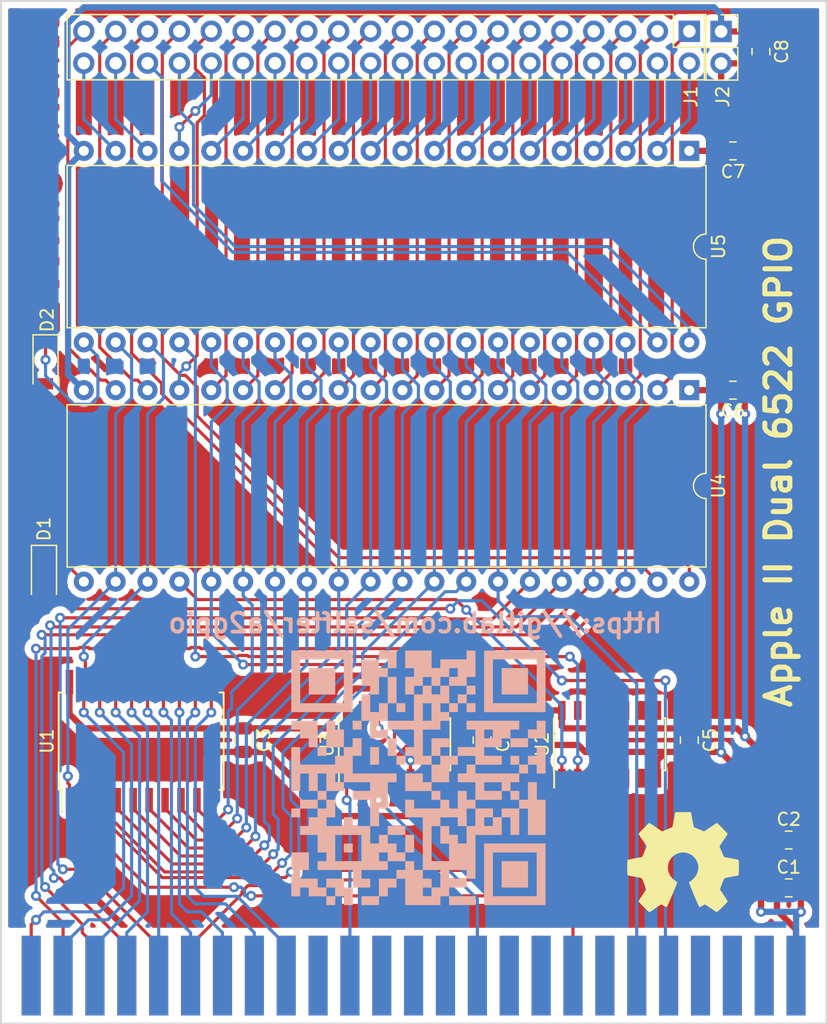
<source format=kicad_pcb>
(kicad_pcb (version 20171130) (host pcbnew "(5.0.0)")
  (title_block (title "Apple II 32-GPIO Card") (date 2018-09-14) (rev 0.1) (company "Scott Alfter"))
  (layers (0 F.Cu signal) (31 B.Cu signal) (34 B.Paste user) (35 F.Paste user) (36 B.SilkS user) (37 F.SilkS user) (38 B.Mask user) (39 F.Mask user) (44 Edge.Cuts user))
  (net 0 "")
  (net 1 PA0)
  (net 2 PA1)
  (net 3 PA2)
  (net 4 PA3)
  (net 5 PA4)
  (net 6 PA5)
  (net 7 PA6)
  (net 8 PA7)
  (net 9 PB0)
  (net 10 PB1)
  (net 11 PB2)
  (net 12 PB3)
  (net 13 PB4)
  (net 14 PB5)
  (net 15 PB6)
  (net 16 PB7)
  (net 17 CA1)
  (net 18 CA2)
  (net 19 CB1)
  (net 20 CB2)
  (net 21 PC0)
  (net 22 PC1)
  (net 23 PC2)
  (net 24 PC3)
  (net 25 PC4)
  (net 26 PC5)
  (net 27 PC6)
  (net 28 PC7)
  (net 29 PD0)
  (net 30 PD1)
  (net 31 PD2)
  (net 32 PD3)
  (net 33 PD4)
  (net 34 PD5)
  (net 35 PD6)
  (net 36 PD7)
  (net 37 CC1)
  (net 38 CC2)
  (net 39 CD1)
  (net 40 CD2)
  (net 41 VCC)
  (net 42 GND)
  (net 43 "Net-(P1-Pad24)")
  (net 44 "Net-(P1-Pad23)")
  (net 45 "Net-(P1-Pad22)")
  (net 46 "Net-(P1-Pad21)")
  (net 47 "Net-(P1-Pad20)")
  (net 48 "Net-(P1-Pad19)")
  (net 49 R~W)
  (net 50 "Net-(P1-Pad17)")
  (net 51 "Net-(P1-Pad16)")
  (net 52 "Net-(P1-Pad15)")
  (net 53 "Net-(P1-Pad14)")
  (net 54 "Net-(P1-Pad13)")
  (net 55 "Net-(P1-Pad12)")
  (net 56 "Net-(P1-Pad11)")
  (net 57 "Net-(P1-Pad10)")
  (net 58 "Net-(P1-Pad9)")
  (net 59 "Net-(P1-Pad8)")
  (net 60 "Net-(P1-Pad7)")
  (net 61 A4)
  (net 62 A3)
  (net 63 A2)
  (net 64 A1)
  (net 65 A0)
  (net 66 ~IOSEL)
  (net 67 "Net-(P1-Pad27)")
  (net 68 "Net-(P1-Pad28)")
  (net 69 "Net-(P1-Pad29)")
  (net 70 ~IRQ)
  (net 71 ~RES)
  (net 72 "Net-(P1-Pad32)")
  (net 73 "Net-(P1-Pad33)")
  (net 74 "Net-(P1-Pad34)")
  (net 75 "Net-(P1-Pad35)")
  (net 76 7M)
  (net 77 "Net-(P1-Pad37)")
  (net 78 "Net-(P1-Pad38)")
  (net 79 "Net-(P1-Pad39)")
  (net 80 PHI0)
  (net 81 "Net-(P1-Pad41)")
  (net 82 "Net-(P1-Pad42)")
  (net 83 "Net-(P1-Pad43)")
  (net 84 "Net-(P1-Pad44)")
  (net 85 "Net-(P1-Pad45)")
  (net 86 "Net-(P1-Pad46)")
  (net 87 "Net-(P1-Pad47)")
  (net 88 "Net-(P1-Pad48)")
  (net 89 "Net-(P1-Pad49)")
  (net 90 "Net-(P1-Pad50)")
  (net 91 D0)
  (net 92 D1)
  (net 93 D2)
  (net 94 D3)
  (net 95 D4)
  (net 96 D5)
  (net 97 D6)
  (net 98 D7)
  (net 99 "Net-(U2-Pad2)")
  (net 100 "Net-(U3-Pad12)")
  (net 101 PHI2)
  (net 102 "Net-(U3-Pad8)")
  (net 103 "Net-(U3-Pad6)")
  (net 104 "Net-(D1-Pad1)")
  (net 105 "Net-(D2-Pad1)")
  (module apple2-bus:Male_Card-Edge_50_pin__100_mil (layer F.Cu) (at 144.272 130.302)
    (fp_text reference P1 hide)
    (fp_text value A2Bus hide)
    (pad 50 smd rect (at -30.48 0 270) (size 6.35 1.524) (layers B.Cu B.Mask) (net 90 "Net-(P1-Pad50)") (clearance 0.254))
    (pad 49 smd rect (at -27.94 0 270) (size 6.35 1.524) (layers B.Cu B.Mask) (net 89 "Net-(P1-Pad49)") (clearance 0.254))
    (pad 48 smd rect (at -25.4 0 270) (size 6.35 1.524) (layers B.Cu B.Mask) (net 88 "Net-(P1-Pad48)") (clearance 0.254))
    (pad 47 smd rect (at -22.86 0 270) (size 6.35 1.524) (layers B.Cu B.Mask) (net 87 "Net-(P1-Pad47)") (clearance 0.254))
    (pad 46 smd rect (at -20.32 0 270) (size 6.35 1.524) (layers B.Cu B.Mask) (net 86 "Net-(P1-Pad46)") (clearance 0.254))
    (pad 45 smd rect (at -17.78 0 270) (size 6.35 1.524) (layers B.Cu B.Mask) (net 85 "Net-(P1-Pad45)") (clearance 0.254))
    (pad 44 smd rect (at -15.24 0 270) (size 6.35 1.524) (layers B.Cu B.Mask) (net 84 "Net-(P1-Pad44)") (clearance 0.254))
    (pad 43 smd rect (at -12.7 0 270) (size 6.35 1.524) (layers B.Cu B.Mask) (net 83 "Net-(P1-Pad43)") (clearance 0.254))
    (pad 42 smd rect (at -10.16 0 270) (size 6.35 1.524) (layers B.Cu B.Mask) (net 82 "Net-(P1-Pad42)") (clearance 0.254))
    (pad 41 smd rect (at -7.62 0 270) (size 6.35 1.524) (layers B.Cu B.Mask) (net 81 "Net-(P1-Pad41)") (clearance 0.254))
    (pad 40 smd rect (at -5.08 0 270) (size 6.35 1.524) (layers B.Cu B.Mask) (net 80 PHI0) (clearance 0.254))
    (pad 39 smd rect (at -2.54 0 270) (size 6.35 1.524) (layers B.Cu B.Mask) (net 79 "Net-(P1-Pad39)") (clearance 0.254))
    (pad 38 smd rect (at 0 0 270) (size 6.35 1.524) (layers B.Cu B.Mask) (net 78 "Net-(P1-Pad38)") (clearance 0.254))
    (pad 37 smd rect (at 2.54 0 270) (size 6.35 1.524) (layers B.Cu B.Mask) (net 77 "Net-(P1-Pad37)") (clearance 0.254))
    (pad 36 smd rect (at 5.08 0 270) (size 6.35 1.524) (layers B.Cu B.Mask) (net 76 7M) (clearance 0.254))
    (pad 35 smd rect (at 7.62 0 270) (size 6.35 1.524) (layers B.Cu B.Mask) (net 75 "Net-(P1-Pad35)") (clearance 0.254))
    (pad 34 smd rect (at 10.16 0 270) (size 6.35 1.524) (layers B.Cu B.Mask) (net 74 "Net-(P1-Pad34)") (clearance 0.254))
    (pad 33 smd rect (at 12.7 0 270) (size 6.35 1.524) (layers B.Cu B.Mask) (net 73 "Net-(P1-Pad33)") (clearance 0.254))
    (pad 32 smd rect (at 15.24 0 270) (size 6.35 1.524) (layers B.Cu B.Mask) (net 72 "Net-(P1-Pad32)") (clearance 0.254))
    (pad 31 smd rect (at 17.78 0 270) (size 6.35 1.524) (layers B.Cu B.Mask) (net 71 ~RES) (clearance 0.254))
    (pad 30 smd rect (at 20.32 0 270) (size 6.35 1.524) (layers B.Cu B.Mask) (net 70 ~IRQ) (clearance 0.254))
    (pad 29 smd rect (at 22.86 0 270) (size 6.35 1.524) (layers B.Cu B.Mask) (net 69 "Net-(P1-Pad29)") (clearance 0.254))
    (pad 28 smd rect (at 25.4 0 270) (size 6.35 1.524) (layers B.Cu B.Mask) (net 68 "Net-(P1-Pad28)") (clearance 0.254))
    (pad 27 smd rect (at 27.94 0 270) (size 6.35 1.524) (layers B.Cu B.Mask) (net 67 "Net-(P1-Pad27)") (clearance 0.254))
    (pad 26 smd rect (at 30.48 0 270) (size 6.35 1.524) (layers B.Cu B.Mask) (net 42 GND) (clearance 0.254))
    (pad 1 smd rect (at -30.48 0 270) (size 6.35 1.524) (layers F.Cu F.Mask) (net 66 ~IOSEL) (clearance 0.254))
    (pad 2 smd rect (at -27.94 0 270) (size 6.35 1.524) (layers F.Cu F.Mask) (net 65 A0) (clearance 0.254))
    (pad 3 smd rect (at -25.4 0 270) (size 6.35 1.524) (layers F.Cu F.Mask) (net 64 A1) (clearance 0.254))
    (pad 4 smd rect (at -22.86 0 270) (size 6.35 1.524) (layers F.Cu F.Mask) (net 63 A2) (clearance 0.254))
    (pad 5 smd rect (at -20.32 0 270) (size 6.35 1.524) (layers F.Cu F.Mask) (net 62 A3) (clearance 0.254))
    (pad 6 smd rect (at -17.78 0 270) (size 6.35 1.524) (layers F.Cu F.Mask) (net 61 A4) (clearance 0.254))
    (pad 7 smd rect (at -15.24 0 270) (size 6.35 1.524) (layers F.Cu F.Mask) (net 60 "Net-(P1-Pad7)") (clearance 0.254))
    (pad 8 smd rect (at -12.7 0 270) (size 6.35 1.524) (layers F.Cu F.Mask) (net 59 "Net-(P1-Pad8)") (clearance 0.254))
    (pad 9 smd rect (at -10.16 0 270) (size 6.35 1.524) (layers F.Cu F.Mask) (net 58 "Net-(P1-Pad9)") (clearance 0.254))
    (pad 10 smd rect (at -7.62 0 270) (size 6.35 1.524) (layers F.Cu F.Mask) (net 57 "Net-(P1-Pad10)") (clearance 0.254))
    (pad 11 smd rect (at -5.08 0 270) (size 6.35 1.524) (layers F.Cu F.Mask) (net 56 "Net-(P1-Pad11)") (clearance 0.254))
    (pad 12 smd rect (at -2.54 0 270) (size 6.35 1.524) (layers F.Cu F.Mask) (net 55 "Net-(P1-Pad12)") (clearance 0.254))
    (pad 13 smd rect (at 0 0 270) (size 6.35 1.524) (layers F.Cu F.Mask) (net 54 "Net-(P1-Pad13)") (clearance 0.254))
    (pad 14 smd rect (at 2.54 0 270) (size 6.35 1.524) (layers F.Cu F.Mask) (net 53 "Net-(P1-Pad14)") (clearance 0.254))
    (pad 15 smd rect (at 5.08 0 270) (size 6.35 1.524) (layers F.Cu F.Mask) (net 52 "Net-(P1-Pad15)") (clearance 0.254))
    (pad 16 smd rect (at 7.62 0 270) (size 6.35 1.524) (layers F.Cu F.Mask) (net 51 "Net-(P1-Pad16)") (clearance 0.254))
    (pad 17 smd rect (at 10.16 0 270) (size 6.35 1.524) (layers F.Cu F.Mask) (net 50 "Net-(P1-Pad17)") (clearance 0.254))
    (pad 18 smd rect (at 12.7 0 270) (size 6.35 1.524) (layers F.Cu F.Mask) (net 49 R~W) (clearance 0.254))
    (pad 19 smd rect (at 15.24 0 270) (size 6.35 1.524) (layers F.Cu F.Mask) (net 48 "Net-(P1-Pad19)") (clearance 0.254))
    (pad 20 smd rect (at 17.78 0 270) (size 6.35 1.524) (layers F.Cu F.Mask) (net 47 "Net-(P1-Pad20)") (clearance 0.254))
    (pad 21 smd rect (at 20.32 0 270) (size 6.35 1.524) (layers F.Cu F.Mask) (net 46 "Net-(P1-Pad21)") (clearance 0.254))
    (pad 22 smd rect (at 22.86 0 270) (size 6.35 1.524) (layers F.Cu F.Mask) (net 45 "Net-(P1-Pad22)") (clearance 0.254))
    (pad 23 smd rect (at 25.4 0 270) (size 6.35 1.524) (layers F.Cu F.Mask) (net 44 "Net-(P1-Pad23)") (clearance 0.254))
    (pad 24 smd rect (at 27.94 0 270) (size 6.35 1.524) (layers F.Cu F.Mask) (net 43 "Net-(P1-Pad24)") (clearance 0.254))
    (pad 25 smd rect (at 30.48 0 270) (size 6.35 1.524) (layers F.Cu F.Mask) (net 41 VCC) (clearance 0.254))
  )
  (module Connector_PinHeader_2.54mm:PinHeader_2x20_P2.54mm_Vertical (layer F.Cu) (at 166.243 55.118 270)
    (fp_text reference J1 (at 5.207 -0.127 270) (layer F.SilkS))
    (fp_text value Conn_02x20_Top_Bottom)
    (pad 1 thru_hole rect (at 0 0 270) (size 1.7 1.7) (drill 1) (layers *.Cu *.Mask) (net 1 PA0))
    (pad 2 thru_hole oval (at 2.54 0 270) (size 1.7 1.7) (drill 1) (layers *.Cu *.Mask) (net 21 PC0))
    (pad 3 thru_hole oval (at 0 2.54 270) (size 1.7 1.7) (drill 1) (layers *.Cu *.Mask) (net 2 PA1))
    (pad 4 thru_hole oval (at 2.54 2.54 270) (size 1.7 1.7) (drill 1) (layers *.Cu *.Mask) (net 22 PC1))
    (pad 5 thru_hole oval (at 0 5.08 270) (size 1.7 1.7) (drill 1) (layers *.Cu *.Mask) (net 3 PA2))
    (pad 6 thru_hole oval (at 2.54 5.08 270) (size 1.7 1.7) (drill 1) (layers *.Cu *.Mask) (net 23 PC2))
    (pad 7 thru_hole oval (at 0 7.62 270) (size 1.7 1.7) (drill 1) (layers *.Cu *.Mask) (net 4 PA3))
    (pad 8 thru_hole oval (at 2.54 7.62 270) (size 1.7 1.7) (drill 1) (layers *.Cu *.Mask) (net 24 PC3))
    (pad 9 thru_hole oval (at 0 10.16 270) (size 1.7 1.7) (drill 1) (layers *.Cu *.Mask) (net 5 PA4))
    (pad 10 thru_hole oval (at 2.54 10.16 270) (size 1.7 1.7) (drill 1) (layers *.Cu *.Mask) (net 25 PC4))
    (pad 11 thru_hole oval (at 0 12.7 270) (size 1.7 1.7) (drill 1) (layers *.Cu *.Mask) (net 6 PA5))
    (pad 12 thru_hole oval (at 2.54 12.7 270) (size 1.7 1.7) (drill 1) (layers *.Cu *.Mask) (net 26 PC5))
    (pad 13 thru_hole oval (at 0 15.24 270) (size 1.7 1.7) (drill 1) (layers *.Cu *.Mask) (net 7 PA6))
    (pad 14 thru_hole oval (at 2.54 15.24 270) (size 1.7 1.7) (drill 1) (layers *.Cu *.Mask) (net 27 PC6))
    (pad 15 thru_hole oval (at 0 17.78 270) (size 1.7 1.7) (drill 1) (layers *.Cu *.Mask) (net 8 PA7))
    (pad 16 thru_hole oval (at 2.54 17.78 270) (size 1.7 1.7) (drill 1) (layers *.Cu *.Mask) (net 28 PC7))
    (pad 17 thru_hole oval (at 0 20.32 270) (size 1.7 1.7) (drill 1) (layers *.Cu *.Mask) (net 9 PB0))
    (pad 18 thru_hole oval (at 2.54 20.32 270) (size 1.7 1.7) (drill 1) (layers *.Cu *.Mask) (net 29 PD0))
    (pad 19 thru_hole oval (at 0 22.86 270) (size 1.7 1.7) (drill 1) (layers *.Cu *.Mask) (net 10 PB1))
    (pad 20 thru_hole oval (at 2.54 22.86 270) (size 1.7 1.7) (drill 1) (layers *.Cu *.Mask) (net 30 PD1))
    (pad 21 thru_hole oval (at 0 25.4 270) (size 1.7 1.7) (drill 1) (layers *.Cu *.Mask) (net 11 PB2))
    (pad 22 thru_hole oval (at 2.54 25.4 270) (size 1.7 1.7) (drill 1) (layers *.Cu *.Mask) (net 31 PD2))
    (pad 23 thru_hole oval (at 0 27.94 270) (size 1.7 1.7) (drill 1) (layers *.Cu *.Mask) (net 12 PB3))
    (pad 24 thru_hole oval (at 2.54 27.94 270) (size 1.7 1.7) (drill 1) (layers *.Cu *.Mask) (net 32 PD3))
    (pad 25 thru_hole oval (at 0 30.48 270) (size 1.7 1.7) (drill 1) (layers *.Cu *.Mask) (net 13 PB4))
    (pad 26 thru_hole oval (at 2.54 30.48 270) (size 1.7 1.7) (drill 1) (layers *.Cu *.Mask) (net 33 PD4))
    (pad 27 thru_hole oval (at 0 33.02 270) (size 1.7 1.7) (drill 1) (layers *.Cu *.Mask) (net 14 PB5))
    (pad 28 thru_hole oval (at 2.54 33.02 270) (size 1.7 1.7) (drill 1) (layers *.Cu *.Mask) (net 34 PD5))
    (pad 29 thru_hole oval (at 0 35.56 270) (size 1.7 1.7) (drill 1) (layers *.Cu *.Mask) (net 15 PB6))
    (pad 30 thru_hole oval (at 2.54 35.56 270) (size 1.7 1.7) (drill 1) (layers *.Cu *.Mask) (net 35 PD6))
    (pad 31 thru_hole oval (at 0 38.1 270) (size 1.7 1.7) (drill 1) (layers *.Cu *.Mask) (net 16 PB7))
    (pad 32 thru_hole oval (at 2.54 38.1 270) (size 1.7 1.7) (drill 1) (layers *.Cu *.Mask) (net 36 PD7))
    (pad 33 thru_hole oval (at 0 40.64 270) (size 1.7 1.7) (drill 1) (layers *.Cu *.Mask) (net 17 CA1))
    (pad 34 thru_hole oval (at 2.54 40.64 270) (size 1.7 1.7) (drill 1) (layers *.Cu *.Mask) (net 37 CC1))
    (pad 35 thru_hole oval (at 0 43.18 270) (size 1.7 1.7) (drill 1) (layers *.Cu *.Mask) (net 18 CA2))
    (pad 36 thru_hole oval (at 2.54 43.18 270) (size 1.7 1.7) (drill 1) (layers *.Cu *.Mask) (net 38 CC2))
    (pad 37 thru_hole oval (at 0 45.72 270) (size 1.7 1.7) (drill 1) (layers *.Cu *.Mask) (net 19 CB1))
    (pad 38 thru_hole oval (at 2.54 45.72 270) (size 1.7 1.7) (drill 1) (layers *.Cu *.Mask) (net 39 CD1))
    (pad 39 thru_hole oval (at 0 48.26 270) (size 1.7 1.7) (drill 1) (layers *.Cu *.Mask) (net 20 CB2))
    (pad 40 thru_hole oval (at 2.54 48.26 270) (size 1.7 1.7) (drill 1) (layers *.Cu *.Mask) (net 40 CD2))
  )
  (module Package_DIP:DIP-40_W15.24mm (layer F.Cu) (at 166.243 64.643 270)
    (fp_text reference U5 (at 7.62 -2.33 270) (layer F.SilkS))
    (fp_text value W65C22)
    (pad 1 thru_hole rect (at 0 0 270) (size 1.6 1.6) (drill 0.8) (layers *.Cu *.Mask) (net 42 GND))
    (pad 21 thru_hole oval (at 15.24 48.26 270) (size 1.6 1.6) (drill 0.8) (layers *.Cu *.Mask) (net 105 "Net-(D2-Pad1)"))
    (pad 2 thru_hole oval (at 0 2.54 270) (size 1.6 1.6) (drill 0.8) (layers *.Cu *.Mask) (net 21 PC0))
    (pad 22 thru_hole oval (at 15.24 45.72 270) (size 1.6 1.6) (drill 0.8) (layers *.Cu *.Mask) (net 49 R~W))
    (pad 3 thru_hole oval (at 0 5.08 270) (size 1.6 1.6) (drill 0.8) (layers *.Cu *.Mask) (net 22 PC1))
    (pad 23 thru_hole oval (at 15.24 43.18 270) (size 1.6 1.6) (drill 0.8) (layers *.Cu *.Mask) (net 66 ~IOSEL))
    (pad 4 thru_hole oval (at 0 7.62 270) (size 1.6 1.6) (drill 0.8) (layers *.Cu *.Mask) (net 23 PC2))
    (pad 24 thru_hole oval (at 15.24 40.64 270) (size 1.6 1.6) (drill 0.8) (layers *.Cu *.Mask) (net 99 "Net-(U2-Pad2)"))
    (pad 5 thru_hole oval (at 0 10.16 270) (size 1.6 1.6) (drill 0.8) (layers *.Cu *.Mask) (net 24 PC3))
    (pad 25 thru_hole oval (at 15.24 38.1 270) (size 1.6 1.6) (drill 0.8) (layers *.Cu *.Mask) (net 101 PHI2))
    (pad 6 thru_hole oval (at 0 12.7 270) (size 1.6 1.6) (drill 0.8) (layers *.Cu *.Mask) (net 25 PC4))
    (pad 26 thru_hole oval (at 15.24 35.56 270) (size 1.6 1.6) (drill 0.8) (layers *.Cu *.Mask) (net 98 D7))
    (pad 7 thru_hole oval (at 0 15.24 270) (size 1.6 1.6) (drill 0.8) (layers *.Cu *.Mask) (net 26 PC5))
    (pad 27 thru_hole oval (at 15.24 33.02 270) (size 1.6 1.6) (drill 0.8) (layers *.Cu *.Mask) (net 97 D6))
    (pad 8 thru_hole oval (at 0 17.78 270) (size 1.6 1.6) (drill 0.8) (layers *.Cu *.Mask) (net 27 PC6))
    (pad 28 thru_hole oval (at 15.24 30.48 270) (size 1.6 1.6) (drill 0.8) (layers *.Cu *.Mask) (net 96 D5))
    (pad 9 thru_hole oval (at 0 20.32 270) (size 1.6 1.6) (drill 0.8) (layers *.Cu *.Mask) (net 28 PC7))
    (pad 29 thru_hole oval (at 15.24 27.94 270) (size 1.6 1.6) (drill 0.8) (layers *.Cu *.Mask) (net 95 D4))
    (pad 10 thru_hole oval (at 0 22.86 270) (size 1.6 1.6) (drill 0.8) (layers *.Cu *.Mask) (net 29 PD0))
    (pad 30 thru_hole oval (at 15.24 25.4 270) (size 1.6 1.6) (drill 0.8) (layers *.Cu *.Mask) (net 94 D3))
    (pad 11 thru_hole oval (at 0 25.4 270) (size 1.6 1.6) (drill 0.8) (layers *.Cu *.Mask) (net 30 PD1))
    (pad 31 thru_hole oval (at 15.24 22.86 270) (size 1.6 1.6) (drill 0.8) (layers *.Cu *.Mask) (net 93 D2))
    (pad 12 thru_hole oval (at 0 27.94 270) (size 1.6 1.6) (drill 0.8) (layers *.Cu *.Mask) (net 31 PD2))
    (pad 32 thru_hole oval (at 15.24 20.32 270) (size 1.6 1.6) (drill 0.8) (layers *.Cu *.Mask) (net 92 D1))
    (pad 13 thru_hole oval (at 0 30.48 270) (size 1.6 1.6) (drill 0.8) (layers *.Cu *.Mask) (net 32 PD3))
    (pad 33 thru_hole oval (at 15.24 17.78 270) (size 1.6 1.6) (drill 0.8) (layers *.Cu *.Mask) (net 91 D0))
    (pad 14 thru_hole oval (at 0 33.02 270) (size 1.6 1.6) (drill 0.8) (layers *.Cu *.Mask) (net 33 PD4))
    (pad 34 thru_hole oval (at 15.24 15.24 270) (size 1.6 1.6) (drill 0.8) (layers *.Cu *.Mask) (net 71 ~RES))
    (pad 15 thru_hole oval (at 0 35.56 270) (size 1.6 1.6) (drill 0.8) (layers *.Cu *.Mask) (net 34 PD5))
    (pad 35 thru_hole oval (at 15.24 12.7 270) (size 1.6 1.6) (drill 0.8) (layers *.Cu *.Mask) (net 62 A3))
    (pad 16 thru_hole oval (at 0 38.1 270) (size 1.6 1.6) (drill 0.8) (layers *.Cu *.Mask) (net 35 PD6))
    (pad 36 thru_hole oval (at 15.24 10.16 270) (size 1.6 1.6) (drill 0.8) (layers *.Cu *.Mask) (net 63 A2))
    (pad 17 thru_hole oval (at 0 40.64 270) (size 1.6 1.6) (drill 0.8) (layers *.Cu *.Mask) (net 36 PD7))
    (pad 37 thru_hole oval (at 15.24 7.62 270) (size 1.6 1.6) (drill 0.8) (layers *.Cu *.Mask) (net 64 A1))
    (pad 18 thru_hole oval (at 0 43.18 270) (size 1.6 1.6) (drill 0.8) (layers *.Cu *.Mask) (net 39 CD1))
    (pad 38 thru_hole oval (at 15.24 5.08 270) (size 1.6 1.6) (drill 0.8) (layers *.Cu *.Mask) (net 65 A0))
    (pad 19 thru_hole oval (at 0 45.72 270) (size 1.6 1.6) (drill 0.8) (layers *.Cu *.Mask) (net 40 CD2))
    (pad 39 thru_hole oval (at 15.24 2.54 270) (size 1.6 1.6) (drill 0.8) (layers *.Cu *.Mask) (net 38 CC2))
    (pad 20 thru_hole oval (at 0 48.26 270) (size 1.6 1.6) (drill 0.8) (layers *.Cu *.Mask) (net 41 VCC))
    (pad 40 thru_hole oval (at 15.24 0 270) (size 1.6 1.6) (drill 0.8) (layers *.Cu *.Mask) (net 37 CC1))
  )
  (module Connector_PinHeader_2.54mm:PinHeader_2x01_P2.54mm_Vertical (layer F.Cu) (at 168.776542 55.134705 270)
    (fp_text reference J2 (at 5.190295 -0.133458 270) (layer F.SilkS))
    (fp_text value Conn_02x01_Top_Bottom)
    (pad 1 thru_hole rect (at 0 0 270) (size 1.7 1.7) (drill 1) (layers *.Cu *.Mask) (net 41 VCC))
    (pad 2 thru_hole oval (at 2.54 0 270) (size 1.7 1.7) (drill 1) (layers *.Cu *.Mask) (net 42 GND))
  )
  (module Package_DIP:DIP-40_W15.24mm (layer F.Cu) (at 166.243 83.693 270)
    (fp_text reference U4 (at 7.62 -2.33 270) (layer F.SilkS))
    (fp_text value W65C22)
    (pad 40 thru_hole oval (at 15.24 0 270) (size 1.6 1.6) (drill 0.8) (layers *.Cu *.Mask) (net 17 CA1))
    (pad 20 thru_hole oval (at 0 48.26 270) (size 1.6 1.6) (drill 0.8) (layers *.Cu *.Mask) (net 41 VCC))
    (pad 39 thru_hole oval (at 15.24 2.54 270) (size 1.6 1.6) (drill 0.8) (layers *.Cu *.Mask) (net 18 CA2))
    (pad 19 thru_hole oval (at 0 45.72 270) (size 1.6 1.6) (drill 0.8) (layers *.Cu *.Mask) (net 20 CB2))
    (pad 38 thru_hole oval (at 15.24 5.08 270) (size 1.6 1.6) (drill 0.8) (layers *.Cu *.Mask) (net 65 A0))
    (pad 18 thru_hole oval (at 0 43.18 270) (size 1.6 1.6) (drill 0.8) (layers *.Cu *.Mask) (net 19 CB1))
    (pad 37 thru_hole oval (at 15.24 7.62 270) (size 1.6 1.6) (drill 0.8) (layers *.Cu *.Mask) (net 64 A1))
    (pad 17 thru_hole oval (at 0 40.64 270) (size 1.6 1.6) (drill 0.8) (layers *.Cu *.Mask) (net 16 PB7))
    (pad 36 thru_hole oval (at 15.24 10.16 270) (size 1.6 1.6) (drill 0.8) (layers *.Cu *.Mask) (net 63 A2))
    (pad 16 thru_hole oval (at 0 38.1 270) (size 1.6 1.6) (drill 0.8) (layers *.Cu *.Mask) (net 15 PB6))
    (pad 35 thru_hole oval (at 15.24 12.7 270) (size 1.6 1.6) (drill 0.8) (layers *.Cu *.Mask) (net 62 A3))
    (pad 15 thru_hole oval (at 0 35.56 270) (size 1.6 1.6) (drill 0.8) (layers *.Cu *.Mask) (net 14 PB5))
    (pad 34 thru_hole oval (at 15.24 15.24 270) (size 1.6 1.6) (drill 0.8) (layers *.Cu *.Mask) (net 71 ~RES))
    (pad 14 thru_hole oval (at 0 33.02 270) (size 1.6 1.6) (drill 0.8) (layers *.Cu *.Mask) (net 13 PB4))
    (pad 33 thru_hole oval (at 15.24 17.78 270) (size 1.6 1.6) (drill 0.8) (layers *.Cu *.Mask) (net 91 D0))
    (pad 13 thru_hole oval (at 0 30.48 270) (size 1.6 1.6) (drill 0.8) (layers *.Cu *.Mask) (net 12 PB3))
    (pad 32 thru_hole oval (at 15.24 20.32 270) (size 1.6 1.6) (drill 0.8) (layers *.Cu *.Mask) (net 92 D1))
    (pad 12 thru_hole oval (at 0 27.94 270) (size 1.6 1.6) (drill 0.8) (layers *.Cu *.Mask) (net 11 PB2))
    (pad 31 thru_hole oval (at 15.24 22.86 270) (size 1.6 1.6) (drill 0.8) (layers *.Cu *.Mask) (net 93 D2))
    (pad 11 thru_hole oval (at 0 25.4 270) (size 1.6 1.6) (drill 0.8) (layers *.Cu *.Mask) (net 10 PB1))
    (pad 30 thru_hole oval (at 15.24 25.4 270) (size 1.6 1.6) (drill 0.8) (layers *.Cu *.Mask) (net 94 D3))
    (pad 10 thru_hole oval (at 0 22.86 270) (size 1.6 1.6) (drill 0.8) (layers *.Cu *.Mask) (net 9 PB0))
    (pad 29 thru_hole oval (at 15.24 27.94 270) (size 1.6 1.6) (drill 0.8) (layers *.Cu *.Mask) (net 95 D4))
    (pad 9 thru_hole oval (at 0 20.32 270) (size 1.6 1.6) (drill 0.8) (layers *.Cu *.Mask) (net 8 PA7))
    (pad 28 thru_hole oval (at 15.24 30.48 270) (size 1.6 1.6) (drill 0.8) (layers *.Cu *.Mask) (net 96 D5))
    (pad 8 thru_hole oval (at 0 17.78 270) (size 1.6 1.6) (drill 0.8) (layers *.Cu *.Mask) (net 7 PA6))
    (pad 27 thru_hole oval (at 15.24 33.02 270) (size 1.6 1.6) (drill 0.8) (layers *.Cu *.Mask) (net 97 D6))
    (pad 7 thru_hole oval (at 0 15.24 270) (size 1.6 1.6) (drill 0.8) (layers *.Cu *.Mask) (net 6 PA5))
    (pad 26 thru_hole oval (at 15.24 35.56 270) (size 1.6 1.6) (drill 0.8) (layers *.Cu *.Mask) (net 98 D7))
    (pad 6 thru_hole oval (at 0 12.7 270) (size 1.6 1.6) (drill 0.8) (layers *.Cu *.Mask) (net 5 PA4))
    (pad 25 thru_hole oval (at 15.24 38.1 270) (size 1.6 1.6) (drill 0.8) (layers *.Cu *.Mask) (net 101 PHI2))
    (pad 5 thru_hole oval (at 0 10.16 270) (size 1.6 1.6) (drill 0.8) (layers *.Cu *.Mask) (net 4 PA3))
    (pad 24 thru_hole oval (at 15.24 40.64 270) (size 1.6 1.6) (drill 0.8) (layers *.Cu *.Mask) (net 61 A4))
    (pad 4 thru_hole oval (at 0 7.62 270) (size 1.6 1.6) (drill 0.8) (layers *.Cu *.Mask) (net 3 PA2))
    (pad 23 thru_hole oval (at 15.24 43.18 270) (size 1.6 1.6) (drill 0.8) (layers *.Cu *.Mask) (net 66 ~IOSEL))
    (pad 3 thru_hole oval (at 0 5.08 270) (size 1.6 1.6) (drill 0.8) (layers *.Cu *.Mask) (net 2 PA1))
    (pad 22 thru_hole oval (at 15.24 45.72 270) (size 1.6 1.6) (drill 0.8) (layers *.Cu *.Mask) (net 49 R~W))
    (pad 2 thru_hole oval (at 0 2.54 270) (size 1.6 1.6) (drill 0.8) (layers *.Cu *.Mask) (net 1 PA0))
    (pad 21 thru_hole oval (at 15.24 48.26 270) (size 1.6 1.6) (drill 0.8) (layers *.Cu *.Mask) (net 104 "Net-(D1-Pad1)"))
    (pad 1 thru_hole rect (at 0 0 270) (size 1.6 1.6) (drill 0.8) (layers *.Cu *.Mask) (net 42 GND))
  )
  (module Package_SO:SOIC-20W_7.5x12.8mm_P1.27mm (layer F.Cu) (at 122.555 111.633 90)
    (fp_text reference U1 (at 0 -7.5 90) (layer F.SilkS))
    (fp_text value 74LS245)
    (pad 1 smd rect (at -4.7 -5.715 90) (size 1.95 0.6) (layers F.Cu F.Paste F.Mask) (net 49 R~W))
    (pad 2 smd rect (at -4.7 -4.445 90) (size 1.95 0.6) (layers F.Cu F.Paste F.Mask) (net 91 D0))
    (pad 3 smd rect (at -4.7 -3.175 90) (size 1.95 0.6) (layers F.Cu F.Paste F.Mask) (net 92 D1))
    (pad 4 smd rect (at -4.7 -1.905 90) (size 1.95 0.6) (layers F.Cu F.Paste F.Mask) (net 93 D2))
    (pad 5 smd rect (at -4.7 -0.635 90) (size 1.95 0.6) (layers F.Cu F.Paste F.Mask) (net 94 D3))
    (pad 6 smd rect (at -4.7 0.635 90) (size 1.95 0.6) (layers F.Cu F.Paste F.Mask) (net 95 D4))
    (pad 7 smd rect (at -4.7 1.905 90) (size 1.95 0.6) (layers F.Cu F.Paste F.Mask) (net 96 D5))
    (pad 8 smd rect (at -4.7 3.175 90) (size 1.95 0.6) (layers F.Cu F.Paste F.Mask) (net 97 D6))
    (pad 9 smd rect (at -4.7 4.445 90) (size 1.95 0.6) (layers F.Cu F.Paste F.Mask) (net 98 D7))
    (pad 10 smd rect (at -4.7 5.715 90) (size 1.95 0.6) (layers F.Cu F.Paste F.Mask) (net 42 GND))
    (pad 11 smd rect (at 4.7 5.715 90) (size 1.95 0.6) (layers F.Cu F.Paste F.Mask) (net 82 "Net-(P1-Pad42)"))
    (pad 12 smd rect (at 4.7 4.445 90) (size 1.95 0.6) (layers F.Cu F.Paste F.Mask) (net 83 "Net-(P1-Pad43)"))
    (pad 13 smd rect (at 4.7 3.175 90) (size 1.95 0.6) (layers F.Cu F.Paste F.Mask) (net 84 "Net-(P1-Pad44)"))
    (pad 14 smd rect (at 4.7 1.905 90) (size 1.95 0.6) (layers F.Cu F.Paste F.Mask) (net 85 "Net-(P1-Pad45)"))
    (pad 15 smd rect (at 4.7 0.635 90) (size 1.95 0.6) (layers F.Cu F.Paste F.Mask) (net 86 "Net-(P1-Pad46)"))
    (pad 16 smd rect (at 4.7 -0.635 90) (size 1.95 0.6) (layers F.Cu F.Paste F.Mask) (net 87 "Net-(P1-Pad47)"))
    (pad 17 smd rect (at 4.7 -1.905 90) (size 1.95 0.6) (layers F.Cu F.Paste F.Mask) (net 88 "Net-(P1-Pad48)"))
    (pad 18 smd rect (at 4.7 -3.175 90) (size 1.95 0.6) (layers F.Cu F.Paste F.Mask) (net 89 "Net-(P1-Pad49)"))
    (pad 19 smd rect (at 4.7 -4.445 90) (size 1.95 0.6) (layers F.Cu F.Paste F.Mask) (net 66 ~IOSEL))
    (pad 20 smd rect (at 4.7 -5.715 90) (size 1.95 0.6) (layers F.Cu F.Paste F.Mask) (net 41 VCC))
  )
  (module Package_SO:SOIC-14_3.9x8.7mm_P1.27mm (layer F.Cu) (at 159.893 111.887 90)
    (fp_text reference U2 (at 0 -5.375 90) (layer F.SilkS))
    (fp_text value 74LS04)
    (pad 1 smd rect (at -2.7 -3.81 90) (size 1.5 0.6) (layers F.Cu F.Paste F.Mask) (net 61 A4))
    (pad 2 smd rect (at -2.7 -2.54 90) (size 1.5 0.6) (layers F.Cu F.Paste F.Mask) (net 99 "Net-(U2-Pad2)"))
    (pad 3 smd rect (at -2.7 -1.27 90) (size 1.5 0.6) (layers F.Cu F.Paste F.Mask))
    (pad 4 smd rect (at -2.7 0 90) (size 1.5 0.6) (layers F.Cu F.Paste F.Mask))
    (pad 5 smd rect (at -2.7 1.27 90) (size 1.5 0.6) (layers F.Cu F.Paste F.Mask))
    (pad 6 smd rect (at -2.7 2.54 90) (size 1.5 0.6) (layers F.Cu F.Paste F.Mask))
    (pad 7 smd rect (at -2.7 3.81 90) (size 1.5 0.6) (layers F.Cu F.Paste F.Mask) (net 42 GND))
    (pad 8 smd rect (at 2.7 3.81 90) (size 1.5 0.6) (layers F.Cu F.Paste F.Mask))
    (pad 9 smd rect (at 2.7 2.54 90) (size 1.5 0.6) (layers F.Cu F.Paste F.Mask))
    (pad 10 smd rect (at 2.7 1.27 90) (size 1.5 0.6) (layers F.Cu F.Paste F.Mask))
    (pad 11 smd rect (at 2.7 0 90) (size 1.5 0.6) (layers F.Cu F.Paste F.Mask))
    (pad 12 smd rect (at 2.7 -1.27 90) (size 1.5 0.6) (layers F.Cu F.Paste F.Mask))
    (pad 13 smd rect (at 2.7 -2.54 90) (size 1.5 0.6) (layers F.Cu F.Paste F.Mask))
    (pad 14 smd rect (at 2.7 -3.81 90) (size 1.5 0.6) (layers F.Cu F.Paste F.Mask) (net 41 VCC))
  )
  (module Package_SO:SOIC-14_3.9x8.7mm_P1.27mm (layer F.Cu) (at 142.748 111.887 90)
    (fp_text reference U3 (at 0 -5.375 90) (layer F.SilkS))
    (fp_text value 74LS74)
    (pad 14 smd rect (at 2.7 -3.81 90) (size 1.5 0.6) (layers F.Cu F.Paste F.Mask) (net 41 VCC))
    (pad 13 smd rect (at 2.7 -2.54 90) (size 1.5 0.6) (layers F.Cu F.Paste F.Mask) (net 80 PHI0))
    (pad 12 smd rect (at 2.7 -1.27 90) (size 1.5 0.6) (layers F.Cu F.Paste F.Mask) (net 100 "Net-(U3-Pad12)"))
    (pad 11 smd rect (at 2.7 0 90) (size 1.5 0.6) (layers F.Cu F.Paste F.Mask) (net 76 7M))
    (pad 10 smd rect (at 2.7 1.27 90) (size 1.5 0.6) (layers F.Cu F.Paste F.Mask) (net 41 VCC))
    (pad 9 smd rect (at 2.7 2.54 90) (size 1.5 0.6) (layers F.Cu F.Paste F.Mask) (net 101 PHI2))
    (pad 8 smd rect (at 2.7 3.81 90) (size 1.5 0.6) (layers F.Cu F.Paste F.Mask) (net 102 "Net-(U3-Pad8)"))
    (pad 7 smd rect (at -2.7 3.81 90) (size 1.5 0.6) (layers F.Cu F.Paste F.Mask) (net 42 GND))
    (pad 6 smd rect (at -2.7 2.54 90) (size 1.5 0.6) (layers F.Cu F.Paste F.Mask) (net 103 "Net-(U3-Pad6)"))
    (pad 5 smd rect (at -2.7 1.27 90) (size 1.5 0.6) (layers F.Cu F.Paste F.Mask) (net 100 "Net-(U3-Pad12)"))
    (pad 4 smd rect (at -2.7 0 90) (size 1.5 0.6) (layers F.Cu F.Paste F.Mask) (net 41 VCC))
    (pad 3 smd rect (at -2.7 -1.27 90) (size 1.5 0.6) (layers F.Cu F.Paste F.Mask) (net 76 7M))
    (pad 2 smd rect (at -2.7 -2.54 90) (size 1.5 0.6) (layers F.Cu F.Paste F.Mask) (net 80 PHI0))
    (pad 1 smd rect (at -2.7 -3.81 90) (size 1.5 0.6) (layers F.Cu F.Paste F.Mask) (net 80 PHI0))
  )
  (module Capacitor_SMD:C_0805_2012Metric (layer F.Cu) (at 174.1655 123.317)
    (fp_text reference C1 (at 0 -1.65) (layer F.SilkS))
    (fp_text value 10u)
    (pad 2 smd roundrect (at 0.9375 0) (size 0.975 1.4) (layers F.Cu F.Paste F.Mask) (net 42 GND))
    (pad 1 smd roundrect (at -0.9375 0) (size 0.975 1.4) (layers F.Cu F.Paste F.Mask) (net 41 VCC))
  )
  (module Capacitor_SMD:C_0805_2012Metric (layer F.Cu) (at 174.1655 119.507)
    (fp_text reference C2 (at 0 -1.65) (layer F.SilkS))
    (fp_text value 0.1u)
    (pad 2 smd roundrect (at 0.9375 0) (size 0.975 1.4) (layers F.Cu F.Paste F.Mask) (net 42 GND))
    (pad 1 smd roundrect (at -0.9375 0) (size 0.975 1.4) (layers F.Cu F.Paste F.Mask) (net 41 VCC))
  )
  (module Capacitor_SMD:C_0805_2012Metric (layer F.Cu) (at 130.683 111.5545 270)
    (fp_text reference C3 (at 0 -1.65 270) (layer F.SilkS))
    (fp_text value 0.1u)
    (pad 1 smd roundrect (at -0.9375 0 270) (size 0.975 1.4) (layers F.Cu F.Paste F.Mask) (net 41 VCC))
    (pad 2 smd roundrect (at 0.9375 0 270) (size 0.975 1.4) (layers F.Cu F.Paste F.Mask) (net 42 GND))
  )
  (module Capacitor_SMD:C_0805_2012Metric (layer F.Cu) (at 149.733 111.5545 270)
    (fp_text reference C4 (at 0 -1.65 270) (layer F.SilkS))
    (fp_text value 0.1u)
    (pad 2 smd roundrect (at 0.9375 0 270) (size 0.975 1.4) (layers F.Cu F.Paste F.Mask) (net 42 GND))
    (pad 1 smd roundrect (at -0.9375 0 270) (size 0.975 1.4) (layers F.Cu F.Paste F.Mask) (net 41 VCC))
  )
  (module Capacitor_SMD:C_0805_2012Metric (layer F.Cu) (at 166.243 111.5545 270)
    (fp_text reference C5 (at 0 -1.65 270) (layer F.SilkS))
    (fp_text value 0.1u)
    (pad 1 smd roundrect (at -0.9375 0 270) (size 0.975 1.4) (layers F.Cu F.Paste F.Mask) (net 41 VCC))
    (pad 2 smd roundrect (at 0.9375 0 270) (size 0.975 1.4) (layers F.Cu F.Paste F.Mask) (net 42 GND))
  )
  (module Capacitor_SMD:C_0805_2012Metric (layer F.Cu) (at 169.7205 83.693 180)
    (fp_text reference C6 (at 0 -1.65 180) (layer F.SilkS))
    (fp_text value 0.1u)
    (pad 2 smd roundrect (at 0.9375 0 180) (size 0.975 1.4) (layers F.Cu F.Paste F.Mask) (net 42 GND))
    (pad 1 smd roundrect (at -0.9375 0 180) (size 0.975 1.4) (layers F.Cu F.Paste F.Mask) (net 41 VCC))
  )
  (module Capacitor_SMD:C_0805_2012Metric (layer F.Cu) (at 169.7205 64.643 180)
    (fp_text reference C7 (at 0 -1.65 180) (layer F.SilkS))
    (fp_text value 0.1u)
    (pad 1 smd roundrect (at -0.9375 0 180) (size 0.975 1.4) (layers F.Cu F.Paste F.Mask) (net 41 VCC))
    (pad 2 smd roundrect (at 0.9375 0 180) (size 0.975 1.4) (layers F.Cu F.Paste F.Mask) (net 42 GND))
  )
  (module Capacitor_SMD:C_0805_2012Metric (layer F.Cu) (at 171.951542 56.737205 270)
    (fp_text reference C8 (at 0 -1.65 270) (layer F.SilkS))
    (fp_text value 0.1u)
    (pad 1 smd roundrect (at -0.9375 0 270) (size 0.975 1.4) (layers F.Cu F.Paste F.Mask) (net 41 VCC))
    (pad 2 smd roundrect (at 0.9375 0 270) (size 0.975 1.4) (layers F.Cu F.Paste F.Mask) (net 42 GND))
  )
  (module Symbol:OSHW-Symbol_8.9x8mm_SilkScreen (layer F.Cu) (at 165.735 121.285)
    (fp_text reference REF** hide)
    (fp_text value OSHW-Symbol_8.9x8mm_SilkScreen hide)
  )
  (module qr:qr (layer B.Cu) (at 143.891 115.316 180)
    (fp_text reference G*** hide)
    (fp_text value LOGO hide)
  )
  (module Diode_SMD:D_SOD-123 (layer F.Cu) (at 114.808 98.298 270)
    (fp_text reference D1 (at -3.556 0 270) (layer F.SilkS))
    (fp_text value BAT54GW)
    (pad 1 smd rect (at -1.65 0 270) (size 0.9 1.2) (layers F.Cu F.Paste F.Mask) (net 104 "Net-(D1-Pad1)"))
    (pad 2 smd rect (at 1.65 0 270) (size 0.9 1.2) (layers F.Cu F.Paste F.Mask) (net 70 ~IRQ))
  )
  (module Diode_SMD:D_SOD-123 (layer F.Cu) (at 114.935 81.534 270)
    (fp_text reference D2 (at -3.429 -0.127 270) (layer F.SilkS))
    (fp_text value BAT54GW)
    (pad 2 smd rect (at 1.65 0 270) (size 0.9 1.2) (layers F.Cu F.Paste F.Mask) (net 70 ~IRQ))
    (pad 1 smd rect (at -1.65 0 270) (size 0.9 1.2) (layers F.Cu F.Paste F.Mask) (net 105 "Net-(D2-Pad1)"))
  )
  (gr_text https://gitlab.com/salfter/a2gpio (at 144.399 102.235) (layer B.SilkS) (effects (font (size 1.5 1.5) (thickness 0.3)) (justify mirror)))
  (gr_text scott@alfter.us (at 114.935 64.77 90) (layer F.Cu) (effects (font (size 2 2) (thickness 0.4))))
  (gr_text "Apple II Dual 6522 GPIO" (at 173.355 90.17 90) (layer F.SilkS) (effects (font (size 2 2) (thickness 0.4))))
  (gr_line (start 111.379 52.705) (end 111.379 134.112) (layer Edge.Cuts) (width 0.15))
  (gr_line (start 111.379 52.705) (end 177.165 52.705) (layer Edge.Cuts) (width 0.15))
  (gr_line (start 177.165 134.112) (end 177.165 52.705) (layer Edge.Cuts) (width 0.15))
  (gr_line (start 111.379 134.112) (end 177.165 134.112) (layer Edge.Cuts) (width 0.15))
  (segment (start 163.703 83.693) (end 164.973 82.423) (width 0.25) (layer F.Cu) (net 1))
  (segment (start 164.973 56.388) (end 166.243 55.118) (width 0.25) (layer F.Cu) (net 1))
  (segment (start 164.878001 56.482999) (end 164.973 56.388) (width 0.25) (layer F.Cu) (net 1))
  (segment (start 164.878001 82.328001) (end 164.878001 56.482999) (width 0.25) (layer F.Cu) (net 1))
  (segment (start 164.973 82.423) (end 164.878001 82.328001) (width 0.25) (layer F.Cu) (net 1))
  (segment (start 162.338001 56.482999) (end 163.703 55.118) (width 0.25) (layer F.Cu) (net 2))
  (segment (start 161.163 83.693) (end 162.338001 82.517999) (width 0.25) (layer F.Cu) (net 2))
  (segment (start 162.338001 82.517999) (end 162.338001 56.482999) (width 0.25) (layer F.Cu) (net 2))
  (segment (start 160.313001 55.967999) (end 161.163 55.118) (width 0.25) (layer F.Cu) (net 3))
  (segment (start 159.987999 56.293001) (end 160.313001 55.967999) (width 0.25) (layer F.Cu) (net 3))
  (segment (start 158.623 83.693) (end 159.987999 82.328001) (width 0.25) (layer F.Cu) (net 3))
  (segment (start 159.987999 82.328001) (end 159.987999 56.293001) (width 0.25) (layer F.Cu) (net 3))
  (segment (start 157.258001 56.482999) (end 158.623 55.118) (width 0.25) (layer F.Cu) (net 4))
  (segment (start 156.083 83.693) (end 157.258001 82.517999) (width 0.25) (layer F.Cu) (net 4))
  (segment (start 157.258001 82.517999) (end 157.258001 56.482999) (width 0.25) (layer F.Cu) (net 4))
  (segment (start 155.233001 55.967999) (end 156.083 55.118) (width 0.25) (layer F.Cu) (net 5))
  (segment (start 154.718001 56.482999) (end 155.233001 55.967999) (width 0.25) (layer F.Cu) (net 5))
  (segment (start 153.543 83.693) (end 154.718001 82.517999) (width 0.25) (layer F.Cu) (net 5))
  (segment (start 154.718001 82.517999) (end 154.718001 56.482999) (width 0.25) (layer F.Cu) (net 5))
  (segment (start 152.178001 56.482999) (end 153.543 55.118) (width 0.25) (layer F.Cu) (net 6))
  (segment (start 151.003 83.693) (end 152.178001 82.517999) (width 0.25) (layer F.Cu) (net 6))
  (segment (start 152.178001 82.517999) (end 152.178001 56.482999) (width 0.25) (layer F.Cu) (net 6))
  (segment (start 150.153001 55.967999) (end 151.003 55.118) (width 0.25) (layer F.Cu) (net 7))
  (segment (start 149.733 56.388) (end 150.153001 55.967999) (width 0.25) (layer F.Cu) (net 7))
  (segment (start 148.463 83.693) (end 149.733 82.423) (width 0.25) (layer F.Cu) (net 7))
  (segment (start 149.733 82.423) (end 149.733 56.388) (width 0.25) (layer F.Cu) (net 7))
  (segment (start 147.098001 56.482999) (end 148.463 55.118) (width 0.25) (layer F.Cu) (net 8))
  (segment (start 145.923 83.693) (end 147.098001 82.517999) (width 0.25) (layer F.Cu) (net 8))
  (segment (start 147.098001 82.517999) (end 147.098001 56.482999) (width 0.25) (layer F.Cu) (net 8))
  (segment (start 145.073001 55.967999) (end 145.923 55.118) (width 0.25) (layer F.Cu) (net 9))
  (segment (start 144.558001 56.482999) (end 145.073001 55.967999) (width 0.25) (layer F.Cu) (net 9))
  (segment (start 143.383 83.693) (end 144.558001 82.517999) (width 0.25) (layer F.Cu) (net 9))
  (segment (start 144.558001 82.517999) (end 144.558001 56.482999) (width 0.25) (layer F.Cu) (net 9))
  (segment (start 140.843 83.693) (end 142.018001 82.517999) (width 0.25) (layer F.Cu) (net 10))
  (segment (start 142.018001 56.482999) (end 143.383 55.118) (width 0.25) (layer F.Cu) (net 10))
  (segment (start 142.018001 82.517999) (end 142.018001 56.482999) (width 0.25) (layer F.Cu) (net 10))
  (segment (start 139.993001 55.967999) (end 140.843 55.118) (width 0.25) (layer F.Cu) (net 11))
  (segment (start 139.478001 56.482999) (end 139.993001 55.967999) (width 0.25) (layer F.Cu) (net 11))
  (segment (start 138.303 83.693) (end 139.478001 82.517999) (width 0.25) (layer F.Cu) (net 11))
  (segment (start 139.478001 82.517999) (end 139.478001 56.482999) (width 0.25) (layer F.Cu) (net 11))
  (segment (start 137.127999 56.293001) (end 138.303 55.118) (width 0.25) (layer F.Cu) (net 12))
  (segment (start 135.763 83.693) (end 137.127999 82.328001) (width 0.25) (layer F.Cu) (net 12))
  (segment (start 137.127999 82.328001) (end 137.127999 56.293001) (width 0.25) (layer F.Cu) (net 12))
  (segment (start 134.913001 55.967999) (end 135.763 55.118) (width 0.25) (layer F.Cu) (net 13))
  (segment (start 134.587999 56.293001) (end 134.913001 55.967999) (width 0.25) (layer F.Cu) (net 13))
  (segment (start 133.223 83.693) (end 134.587999 82.328001) (width 0.25) (layer F.Cu) (net 13))
  (segment (start 134.587999 82.328001) (end 134.587999 56.293001) (width 0.25) (layer F.Cu) (net 13))
  (segment (start 132.373001 55.967999) (end 133.223 55.118) (width 0.25) (layer F.Cu) (net 14))
  (segment (start 131.858001 56.482999) (end 132.373001 55.967999) (width 0.25) (layer F.Cu) (net 14))
  (segment (start 130.683 83.693) (end 131.858001 82.517999) (width 0.25) (layer F.Cu) (net 14))
  (segment (start 131.858001 82.517999) (end 131.858001 56.482999) (width 0.25) (layer F.Cu) (net 14))
  (segment (start 129.833001 55.967999) (end 130.683 55.118) (width 0.25) (layer F.Cu) (net 15))
  (segment (start 129.318001 56.482999) (end 129.833001 55.967999) (width 0.25) (layer F.Cu) (net 15))
  (segment (start 128.143 83.693) (end 129.318001 82.517999) (width 0.25) (layer F.Cu) (net 15))
  (segment (start 129.318001 82.517999) (end 129.318001 56.482999) (width 0.25) (layer F.Cu) (net 15))
  (via (at 126.148 81.788) (size 0.8) (drill 0.4) (layers F.Cu B.Cu) (net 16))
  (segment (start 125.603 82.333) (end 126.148 81.788) (width 0.25) (layer B.Cu) (net 16))
  (segment (start 125.603 83.693) (end 125.603 82.333) (width 0.25) (layer B.Cu) (net 16))
  (segment (start 126.873 56.388) (end 128.143 55.118) (width 0.25) (layer F.Cu) (net 16))
  (segment (start 127.017999 80.918001) (end 127.017999 62.396003) (width 0.25) (layer F.Cu) (net 16))
  (segment (start 126.148 81.788) (end 127.017999 80.918001) (width 0.25) (layer F.Cu) (net 16))
  (segment (start 127.017999 62.396003) (end 127.598001 61.816001) (width 0.25) (layer F.Cu) (net 16))
  (segment (start 127.598001 58.833001) (end 126.873 58.108) (width 0.25) (layer F.Cu) (net 16))
  (segment (start 127.598001 61.816001) (end 127.598001 58.833001) (width 0.25) (layer F.Cu) (net 16))
  (segment (start 126.873 58.108) (end 126.873 56.388) (width 0.25) (layer F.Cu) (net 16))
  (segment (start 138.303 97.028) (end 127.017999 85.742999) (width 0.25) (layer F.Cu) (net 17))
  (segment (start 124.333 56.388) (end 125.603 55.118) (width 0.25) (layer F.Cu) (net 17))
  (segment (start 166.243 98.933) (end 166.243 97.80163) (width 0.25) (layer F.Cu) (net 17))
  (segment (start 166.243 97.80163) (end 165.46937 97.028) (width 0.25) (layer F.Cu) (net 17))
  (segment (start 165.46937 97.028) (end 138.303 97.028) (width 0.25) (layer F.Cu) (net 17))
  (segment (start 126.088003 82.513001) (end 127.017999 83.442997) (width 0.25) (layer F.Cu) (net 17))
  (segment (start 127.017999 83.442997) (end 127.017999 85.742999) (width 0.25) (layer F.Cu) (net 17))
  (segment (start 125.693001 82.513001) (end 126.088003 82.513001) (width 0.25) (layer F.Cu) (net 17))
  (segment (start 124.238001 81.058001) (end 125.693001 82.513001) (width 0.25) (layer F.Cu) (net 17))
  (segment (start 124.238001 56.482999) (end 124.333 56.388) (width 0.25) (layer F.Cu) (net 17))
  (segment (start 124.238001 81.058001) (end 124.238001 56.482999) (width 0.25) (layer F.Cu) (net 17))
  (segment (start 121.793 56.388) (end 123.063 55.118) (width 0.25) (layer F.Cu) (net 18))
  (segment (start 162.577999 97.807999) (end 138.052997 97.807999) (width 0.25) (layer F.Cu) (net 18))
  (segment (start 163.703 98.933) (end 162.577999 97.807999) (width 0.25) (layer F.Cu) (net 18))
  (segment (start 138.052997 97.807999) (end 124.188001 83.943003) (width 0.25) (layer F.Cu) (net 18))
  (segment (start 124.188001 83.943003) (end 124.188001 83.152999) (width 0.25) (layer F.Cu) (net 18))
  (segment (start 124.188001 83.152999) (end 121.793 80.757998) (width 0.25) (layer F.Cu) (net 18))
  (segment (start 121.793 80.757998) (end 121.793 56.388) (width 0.25) (layer F.Cu) (net 18))
  (segment (start 120.523 55.118) (end 119.253 56.388) (width 0.25) (layer F.Cu) (net 19))
  (segment (start 119.253 80.278002) (end 119.253 56.388) (width 0.25) (layer F.Cu) (net 19))
  (segment (start 122.263001 82.893001) (end 121.867999 82.893001) (width 0.25) (layer F.Cu) (net 19))
  (segment (start 121.867999 82.893001) (end 119.253 80.278002) (width 0.25) (layer F.Cu) (net 19))
  (segment (start 123.063 83.693) (end 122.263001 82.893001) (width 0.25) (layer F.Cu) (net 19))
  (segment (start 116.713 56.388) (end 117.983 55.118) (width 0.25) (layer F.Cu) (net 20))
  (segment (start 116.713 80.278002) (end 116.713 56.388) (width 0.25) (layer F.Cu) (net 20))
  (segment (start 119.327999 82.893001) (end 116.713 80.278002) (width 0.25) (layer F.Cu) (net 20))
  (segment (start 119.723001 82.893001) (end 119.327999 82.893001) (width 0.25) (layer F.Cu) (net 20))
  (segment (start 120.523 83.693) (end 119.723001 82.893001) (width 0.25) (layer F.Cu) (net 20))
  (segment (start 166.243 62.103) (end 166.243 57.658) (width 0.25) (layer B.Cu) (net 21))
  (segment (start 163.703 64.643) (end 166.243 62.103) (width 0.25) (layer B.Cu) (net 21))
  (segment (start 163.703 62.103) (end 163.703 57.658) (width 0.25) (layer B.Cu) (net 22))
  (segment (start 161.163 64.643) (end 163.703 62.103) (width 0.25) (layer B.Cu) (net 22))
  (segment (start 161.163 62.103) (end 161.163 57.658) (width 0.25) (layer B.Cu) (net 23))
  (segment (start 158.623 64.643) (end 161.163 62.103) (width 0.25) (layer B.Cu) (net 23))
  (segment (start 158.623 62.103) (end 158.623 57.658) (width 0.25) (layer B.Cu) (net 24))
  (segment (start 156.083 64.643) (end 158.623 62.103) (width 0.25) (layer B.Cu) (net 24))
  (segment (start 156.083 62.103) (end 156.083 57.658) (width 0.25) (layer B.Cu) (net 25))
  (segment (start 153.543 64.643) (end 156.083 62.103) (width 0.25) (layer B.Cu) (net 25))
  (segment (start 153.543 62.103) (end 153.543 57.658) (width 0.25) (layer B.Cu) (net 26))
  (segment (start 151.003 64.643) (end 153.543 62.103) (width 0.25) (layer B.Cu) (net 26))
  (segment (start 151.003 62.103) (end 151.003 57.658) (width 0.25) (layer B.Cu) (net 27))
  (segment (start 148.463 64.643) (end 151.003 62.103) (width 0.25) (layer B.Cu) (net 27))
  (segment (start 148.463 62.103) (end 148.463 57.658) (width 0.25) (layer B.Cu) (net 28))
  (segment (start 145.923 64.643) (end 148.463 62.103) (width 0.25) (layer B.Cu) (net 28))
  (segment (start 145.923 62.103) (end 145.923 57.658) (width 0.25) (layer B.Cu) (net 29))
  (segment (start 143.383 64.643) (end 145.923 62.103) (width 0.25) (layer B.Cu) (net 29))
  (segment (start 143.383 62.103) (end 143.383 57.658) (width 0.25) (layer B.Cu) (net 30))
  (segment (start 140.843 64.643) (end 143.383 62.103) (width 0.25) (layer B.Cu) (net 30))
  (segment (start 140.843 62.103) (end 140.843 57.658) (width 0.25) (layer B.Cu) (net 31))
  (segment (start 138.303 64.643) (end 140.843 62.103) (width 0.25) (layer B.Cu) (net 31))
  (segment (start 138.303 62.103) (end 138.303 57.658) (width 0.25) (layer B.Cu) (net 32))
  (segment (start 135.763 64.643) (end 138.303 62.103) (width 0.25) (layer B.Cu) (net 32))
  (segment (start 135.763 62.103) (end 135.763 57.658) (width 0.25) (layer B.Cu) (net 33))
  (segment (start 133.223 64.643) (end 135.763 62.103) (width 0.25) (layer B.Cu) (net 33))
  (segment (start 133.223 62.103) (end 133.223 57.658) (width 0.25) (layer B.Cu) (net 34))
  (segment (start 130.683 64.643) (end 133.223 62.103) (width 0.25) (layer B.Cu) (net 34))
  (segment (start 130.683 62.103) (end 130.683 57.658) (width 0.25) (layer B.Cu) (net 35))
  (segment (start 128.143 64.643) (end 130.683 62.103) (width 0.25) (layer B.Cu) (net 35))
  (via (at 125.603 62.738) (size 0.8) (drill 0.4) (layers F.Cu B.Cu) (net 36))
  (via (at 126.873 61.468) (size 0.8) (drill 0.4) (layers F.Cu B.Cu) (net 36))
  (segment (start 125.603 62.738) (end 126.873 61.468) (width 0.25) (layer F.Cu) (net 36))
  (segment (start 126.873 61.468) (end 128.143 60.198) (width 0.25) (layer B.Cu) (net 36))
  (segment (start 128.143 60.198) (end 128.143 57.658) (width 0.25) (layer B.Cu) (net 36))
  (segment (start 125.603 62.738) (end 125.603 64.643) (width 0.25) (layer B.Cu) (net 36))
  (segment (start 166.243 78.75163) (end 159.75437 72.263) (width 0.25) (layer B.Cu) (net 37))
  (segment (start 166.243 79.883) (end 166.243 78.75163) (width 0.25) (layer B.Cu) (net 37))
  (segment (start 159.75437 72.263) (end 130.048 72.263) (width 0.25) (layer B.Cu) (net 37))
  (segment (start 130.048 72.263) (end 126.728001 68.943001) (width 0.25) (layer B.Cu) (net 37))
  (segment (start 126.728001 62.593001) (end 125.603 61.468) (width 0.25) (layer B.Cu) (net 37))
  (segment (start 126.728001 68.943001) (end 126.728001 62.593001) (width 0.25) (layer B.Cu) (net 37))
  (segment (start 125.603 61.468) (end 125.603 57.658) (width 0.25) (layer B.Cu) (net 37))
  (segment (start 123.912999 58.507999) (end 123.063 57.658) (width 0.25) (layer B.Cu) (net 38))
  (segment (start 124.188001 58.783001) (end 123.912999 58.507999) (width 0.25) (layer B.Cu) (net 38))
  (segment (start 124.188001 67.039411) (end 124.188001 58.783001) (width 0.25) (layer B.Cu) (net 38))
  (segment (start 129.861599 72.713009) (end 124.188001 67.039411) (width 0.25) (layer B.Cu) (net 38))
  (segment (start 156.53301 72.71301) (end 129.861599 72.713009) (width 0.25) (layer B.Cu) (net 38))
  (segment (start 163.703 79.883) (end 156.53301 72.71301) (width 0.25) (layer B.Cu) (net 38))
  (segment (start 120.523 62.103) (end 120.523 57.658) (width 0.25) (layer B.Cu) (net 39))
  (segment (start 123.063 64.643) (end 120.523 62.103) (width 0.25) (layer B.Cu) (net 39))
  (segment (start 117.983 62.103) (end 117.983 57.658) (width 0.25) (layer B.Cu) (net 40))
  (segment (start 120.523 64.643) (end 117.983 62.103) (width 0.25) (layer B.Cu) (net 40))
  (segment (start 173.228 125.103) (end 173.228 123.317) (width 0.5) (layer F.Cu) (net 41))
  (segment (start 174.752 132.207) (end 174.752 126.627) (width 0.5) (layer F.Cu) (net 41))
  (segment (start 174.752 126.627) (end 173.228 125.103) (width 0.5) (layer F.Cu) (net 41))
  (segment (start 173.228 123.317) (end 173.228 119.507) (width 0.5) (layer F.Cu) (net 41))
  (segment (start 130.683 110.617) (end 117.983 110.617) (width 0.5) (layer F.Cu) (net 41))
  (segment (start 116.84 109.474) (end 116.84 106.933) (width 0.5) (layer F.Cu) (net 41))
  (segment (start 117.983 110.617) (end 116.84 109.474) (width 0.5) (layer F.Cu) (net 41))
  (segment (start 142.748 114.587) (end 142.748 113.157) (width 0.5) (layer F.Cu) (net 41))
  (segment (start 142.748 113.157) (end 144.018 111.887) (width 0.5) (layer F.Cu) (net 41))
  (segment (start 149.733 110.617) (end 144.018 110.617) (width 0.5) (layer F.Cu) (net 41))
  (segment (start 144.018 111.887) (end 144.018 110.617) (width 0.5) (layer F.Cu) (net 41))
  (segment (start 144.018 110.617) (end 144.018 109.187) (width 0.5) (layer F.Cu) (net 41))
  (segment (start 144.018 107.937) (end 143.523 107.442) (width 0.5) (layer F.Cu) (net 41))
  (segment (start 144.018 109.187) (end 144.018 107.937) (width 0.5) (layer F.Cu) (net 41))
  (segment (start 143.523 107.442) (end 139.573 107.442) (width 0.5) (layer F.Cu) (net 41))
  (segment (start 139.573 107.442) (end 138.938 108.077) (width 0.5) (layer F.Cu) (net 41))
  (segment (start 138.938 108.077) (end 138.938 109.187) (width 0.5) (layer F.Cu) (net 41))
  (segment (start 138.938 110.437) (end 138.938 109.187) (width 0.5) (layer F.Cu) (net 41))
  (segment (start 138.758 110.617) (end 138.938 110.437) (width 0.5) (layer F.Cu) (net 41))
  (segment (start 130.683 110.617) (end 138.758 110.617) (width 0.5) (layer F.Cu) (net 41))
  (segment (start 156.083 110.437) (end 156.083 109.187) (width 0.5) (layer F.Cu) (net 41))
  (segment (start 156.263 110.617) (end 156.083 110.437) (width 0.5) (layer F.Cu) (net 41))
  (segment (start 166.243 110.617) (end 156.263 110.617) (width 0.5) (layer F.Cu) (net 41))
  (segment (start 151.163 109.187) (end 149.733 110.617) (width 0.5) (layer F.Cu) (net 41))
  (segment (start 156.083 109.187) (end 151.163 109.187) (width 0.5) (layer F.Cu) (net 41))
  (segment (start 166.243 110.617) (end 170.053 110.617) (width 0.5) (layer F.Cu) (net 41))
  (segment (start 170.053 110.617) (end 173.228 113.792) (width 0.5) (layer F.Cu) (net 41))
  (segment (start 173.228 113.792) (end 173.228 119.507) (width 0.5) (layer F.Cu) (net 41))
  (via (at 170.688 85.598) (size 0.8) (drill 0.4) (layers F.Cu B.Cu) (net 41))
  (segment (start 170.658 83.693) (end 170.658 85.568) (width 0.5) (layer F.Cu) (net 41))
  (segment (start 170.658 85.568) (end 170.688 85.598) (width 0.5) (layer F.Cu) (net 41))
  (via (at 170.688 111.252) (size 0.8) (drill 0.4) (layers F.Cu B.Cu) (net 41))
  (segment (start 171.286542 55.134705) (end 171.951542 55.799705) (width 0.5) (layer F.Cu) (net 41))
  (segment (start 168.776542 55.134705) (end 171.286542 55.134705) (width 0.5) (layer F.Cu) (net 41))
  (segment (start 116.682999 54.513001) (end 117.983 53.213) (width 0.5) (layer B.Cu) (net 41))
  (segment (start 168.776542 53.784705) (end 168.776542 55.134705) (width 0.5) (layer B.Cu) (net 41))
  (segment (start 168.204837 53.213) (end 168.776542 53.784705) (width 0.5) (layer B.Cu) (net 41))
  (segment (start 117.983 53.213) (end 168.204837 53.213) (width 0.5) (layer B.Cu) (net 41))
  (segment (start 170.688 111.252) (end 170.688 85.598) (width 0.5) (layer B.Cu) (net 41))
  (segment (start 170.658 83.693) (end 170.658 64.643) (width 0.5) (layer F.Cu) (net 41))
  (segment (start 116.682999 63.342999) (end 116.682999 54.513001) (width 0.5) (layer B.Cu) (net 41))
  (segment (start 117.983 64.643) (end 116.682999 63.342999) (width 0.5) (layer B.Cu) (net 41))
  (segment (start 172.507779 56.355942) (end 171.951542 55.799705) (width 0.5) (layer F.Cu) (net 41))
  (segment (start 173.101552 62.786948) (end 173.101552 56.949715) (width 0.5) (layer F.Cu) (net 41))
  (segment (start 173.101552 56.949715) (end 172.507779 56.355942) (width 0.5) (layer F.Cu) (net 41))
  (segment (start 171.2455 64.643) (end 173.101552 62.786948) (width 0.5) (layer F.Cu) (net 41))
  (segment (start 170.658 64.643) (end 171.2455 64.643) (width 0.5) (layer F.Cu) (net 41))
  (segment (start 116.732999 82.442999) (end 116.732999 65.893001) (width 0.5) (layer B.Cu) (net 41))
  (segment (start 117.983 83.693) (end 116.732999 82.442999) (width 0.5) (layer B.Cu) (net 41))
  (segment (start 116.732999 65.893001) (end 117.183001 65.442999) (width 0.5) (layer B.Cu) (net 41))
  (segment (start 117.183001 65.442999) (end 117.983 64.643) (width 0.5) (layer B.Cu) (net 41))
  (via (at 175.133 125.222) (size 0.8) (drill 0.4) (layers F.Cu B.Cu) (net 42))
  (segment (start 174.752 132.207) (end 174.752 125.603) (width 0.5) (layer B.Cu) (net 42))
  (segment (start 174.752 125.603) (end 175.133 125.222) (width 0.5) (layer B.Cu) (net 42))
  (segment (start 175.133 123.347) (end 175.103 123.317) (width 0.5) (layer F.Cu) (net 42))
  (segment (start 175.133 125.222) (end 175.133 123.347) (width 0.5) (layer F.Cu) (net 42))
  (segment (start 175.103 119.507) (end 175.103 123.317) (width 0.5) (layer F.Cu) (net 42))
  (segment (start 130.683 112.492) (end 128.808 112.492) (width 0.5) (layer F.Cu) (net 42))
  (segment (start 128.27 113.03) (end 128.27 116.333) (width 0.5) (layer F.Cu) (net 42))
  (segment (start 128.808 112.492) (end 128.27 113.03) (width 0.5) (layer F.Cu) (net 42))
  (segment (start 149.733 112.492) (end 147.223 112.492) (width 0.5) (layer F.Cu) (net 42))
  (segment (start 146.558 113.157) (end 146.558 114.587) (width 0.5) (layer F.Cu) (net 42))
  (segment (start 147.223 112.492) (end 146.558 113.157) (width 0.5) (layer F.Cu) (net 42))
  (segment (start 146.558 115.037) (end 146.558 114.587) (width 0.5) (layer F.Cu) (net 42))
  (segment (start 143.993 117.602) (end 146.558 115.037) (width 0.5) (layer F.Cu) (net 42))
  (segment (start 137.668 117.602) (end 143.993 117.602) (width 0.5) (layer F.Cu) (net 42))
  (segment (start 130.683 112.492) (end 132.558 112.492) (width 0.5) (layer F.Cu) (net 42))
  (segment (start 132.558 112.492) (end 137.668 117.602) (width 0.5) (layer F.Cu) (net 42))
  (segment (start 166.243 112.492) (end 164.368 112.492) (width 0.5) (layer F.Cu) (net 42))
  (segment (start 163.703 113.157) (end 163.703 114.587) (width 0.5) (layer F.Cu) (net 42))
  (segment (start 164.368 112.492) (end 163.703 113.157) (width 0.5) (layer F.Cu) (net 42))
  (segment (start 166.243 112.492) (end 168.753 112.492) (width 0.5) (layer F.Cu) (net 42))
  (via (at 171.958 125.222) (size 0.8) (drill 0.4) (layers F.Cu B.Cu) (net 42))
  (segment (start 168.753 112.492) (end 171.958 115.697) (width 0.5) (layer F.Cu) (net 42))
  (segment (start 171.958 115.697) (end 171.958 125.222) (width 0.5) (layer F.Cu) (net 42))
  (segment (start 171.958 125.222) (end 175.133 125.222) (width 0.5) (layer B.Cu) (net 42))
  (segment (start 149.733 112.492) (end 150.289237 111.935763) (width 0.5) (layer F.Cu) (net 42))
  (segment (start 150.289237 111.935763) (end 157.389767 111.935763) (width 0.5) (layer F.Cu) (net 42))
  (segment (start 157.946004 112.492) (end 164.368 112.492) (width 0.5) (layer F.Cu) (net 42))
  (segment (start 157.389767 111.935763) (end 157.946004 112.492) (width 0.5) (layer F.Cu) (net 42))
  (segment (start 168.783 83.693) (end 168.783 85.598) (width 0.5) (layer F.Cu) (net 42))
  (via (at 168.783 85.598) (size 0.8) (drill 0.4) (layers F.Cu B.Cu) (net 42))
  (via (at 168.783 112.522) (size 0.8) (drill 0.4) (layers F.Cu B.Cu) (net 42))
  (segment (start 166.243 83.693) (end 168.783 83.693) (width 0.5) (layer F.Cu) (net 42))
  (segment (start 166.243 64.643) (end 168.783 64.643) (width 0.5) (layer F.Cu) (net 42))
  (segment (start 168.776542 57.674705) (end 171.951542 57.674705) (width 0.5) (layer F.Cu) (net 42))
  (segment (start 168.783 85.598) (end 168.783 112.522) (width 0.5) (layer B.Cu) (net 42))
  (segment (start 168.783 64.643) (end 168.783 83.693) (width 0.5) (layer F.Cu) (net 42))
  (segment (start 168.783 57.681163) (end 168.776542 57.674705) (width 0.5) (layer F.Cu) (net 42))
  (segment (start 168.783 64.643) (end 168.783 57.681163) (width 0.5) (layer F.Cu) (net 42))
  (segment (start 130.81141 123.952) (end 131.318 123.952) (width 0.25) (layer B.Cu) (net 49))
  (via (at 129.952563 123.264173) (size 0.8) (drill 0.4) (layers F.Cu B.Cu) (net 49))
  (segment (start 116.84 117.008) (end 123.096173 123.264173) (width 0.25) (layer F.Cu) (net 49))
  (via (at 131.318 123.952) (size 0.8) (drill 0.4) (layers F.Cu B.Cu) (net 49))
  (segment (start 130.81141 123.952) (end 130.81141 123.557335) (width 0.25) (layer B.Cu) (net 49))
  (segment (start 130.518248 123.264173) (end 129.952563 123.264173) (width 0.25) (layer B.Cu) (net 49))
  (segment (start 130.81141 123.557335) (end 130.518248 123.264173) (width 0.25) (layer B.Cu) (net 49))
  (segment (start 129.386878 123.264173) (end 129.952563 123.264173) (width 0.25) (layer F.Cu) (net 49))
  (segment (start 123.096173 123.264173) (end 129.386878 123.264173) (width 0.25) (layer F.Cu) (net 49))
  (segment (start 116.84 116.333) (end 116.84 117.008) (width 0.25) (layer F.Cu) (net 49))
  (segment (start 131.318 123.952) (end 156.083 123.952) (width 0.25) (layer F.Cu) (net 49))
  (segment (start 156.972 124.841) (end 156.972 132.207) (width 0.25) (layer F.Cu) (net 49))
  (segment (start 156.083 123.952) (end 156.972 124.841) (width 0.25) (layer F.Cu) (net 49))
  (segment (start 116.84 115.108) (end 116.713 114.981) (width 0.25) (layer F.Cu) (net 49))
  (segment (start 116.84 116.333) (end 116.84 115.108) (width 0.25) (layer F.Cu) (net 49))
  (via (at 116.713 114.427) (size 0.8) (drill 0.4) (layers F.Cu B.Cu) (net 49))
  (segment (start 116.713 114.981) (end 116.713 114.427) (width 0.25) (layer F.Cu) (net 49))
  (segment (start 116.713 102.743) (end 120.523 98.933) (width 0.25) (layer B.Cu) (net 49))
  (segment (start 116.713 114.427) (end 116.713 102.743) (width 0.25) (layer B.Cu) (net 49))
  (segment (start 121.793 81.153) (end 120.523 79.883) (width 0.25) (layer B.Cu) (net 49))
  (segment (start 121.793 84.328) (end 121.793 81.153) (width 0.25) (layer B.Cu) (net 49))
  (segment (start 120.523 98.933) (end 120.523 85.598) (width 0.25) (layer B.Cu) (net 49))
  (segment (start 120.523 85.598) (end 121.793 84.328) (width 0.25) (layer B.Cu) (net 49))
  (via (at 156.083 113.157) (size 0.8) (drill 0.4) (layers F.Cu B.Cu) (net 61))
  (segment (start 156.083 114.587) (end 156.083 113.157) (width 0.25) (layer F.Cu) (net 61))
  (via (at 148.463 101.18201) (size 0.8) (drill 0.4) (layers F.Cu B.Cu) (net 61))
  (segment (start 156.083 113.157) (end 156.083 108.80201) (width 0.25) (layer B.Cu) (net 61))
  (segment (start 148.862999 101.582009) (end 148.463 101.18201) (width 0.25) (layer B.Cu) (net 61))
  (segment (start 156.083 108.80201) (end 148.862999 101.582009) (width 0.25) (layer B.Cu) (net 61))
  (segment (start 154.178 122.682) (end 155.992999 120.867001) (width 0.25) (layer F.Cu) (net 61))
  (segment (start 134.931004 122.682) (end 154.178 122.682) (width 0.25) (layer F.Cu) (net 61))
  (segment (start 156.083 115.587) (end 156.083 114.587) (width 0.25) (layer F.Cu) (net 61))
  (segment (start 156.083 118.433998) (end 156.083 115.587) (width 0.25) (layer F.Cu) (net 61))
  (segment (start 126.492 132.207) (end 126.492 127.889) (width 0.25) (layer F.Cu) (net 61))
  (segment (start 126.492 127.889) (end 130.592999 123.788001) (width 0.25) (layer F.Cu) (net 61))
  (segment (start 155.992999 118.523999) (end 156.083 118.433998) (width 0.25) (layer F.Cu) (net 61))
  (segment (start 134.480993 123.132011) (end 134.931004 122.682) (width 0.25) (layer F.Cu) (net 61))
  (segment (start 131.064987 123.132011) (end 134.480993 123.132011) (width 0.25) (layer F.Cu) (net 61))
  (segment (start 130.592999 123.603999) (end 131.064987 123.132011) (width 0.25) (layer F.Cu) (net 61))
  (segment (start 155.992999 120.867001) (end 155.992999 118.523999) (width 0.25) (layer F.Cu) (net 61))
  (segment (start 130.592999 123.788001) (end 130.592999 123.603999) (width 0.25) (layer F.Cu) (net 61))
  (segment (start 127.036998 100.366998) (end 125.603 98.933) (width 0.25) (layer F.Cu) (net 61))
  (segment (start 148.463 101.18201) (end 147.647988 100.366998) (width 0.25) (layer F.Cu) (net 61))
  (segment (start 147.647988 100.366998) (end 127.036998 100.366998) (width 0.25) (layer F.Cu) (net 61))
  (via (at 116.315937 121.834706) (size 0.8) (drill 0.4) (layers F.Cu B.Cu) (net 62))
  (segment (start 116.881622 121.834706) (end 116.315937 121.834706) (width 0.25) (layer F.Cu) (net 62))
  (segment (start 123.952 132.207) (end 123.952 127.889) (width 0.25) (layer F.Cu) (net 62))
  (segment (start 123.952 127.889) (end 117.897706 121.834706) (width 0.25) (layer F.Cu) (net 62))
  (segment (start 117.897706 121.834706) (end 116.881622 121.834706) (width 0.25) (layer F.Cu) (net 62))
  (segment (start 153.543 98.933) (end 153.543 86.233) (width 0.25) (layer B.Cu) (net 62))
  (segment (start 153.543 86.233) (end 154.813 84.963) (width 0.25) (layer B.Cu) (net 62))
  (segment (start 154.813 83.297998) (end 153.543 82.027998) (width 0.25) (layer B.Cu) (net 62))
  (segment (start 154.813 84.963) (end 154.813 83.297998) (width 0.25) (layer B.Cu) (net 62))
  (segment (start 153.543 82.027998) (end 153.543 79.883) (width 0.25) (layer B.Cu) (net 62))
  (segment (start 116.097368 102.382695) (end 116.097368 101.81701) (width 0.25) (layer B.Cu) (net 62))
  (via (at 116.097368 101.81701) (size 0.8) (drill 0.4) (layers F.Cu B.Cu) (net 62))
  (segment (start 146.845006 101.81701) (end 116.663053 101.81701) (width 0.25) (layer F.Cu) (net 62))
  (segment (start 116.663053 101.81701) (end 116.097368 101.81701) (width 0.25) (layer F.Cu) (net 62))
  (segment (start 115.915938 114.15106) (end 116.097368 113.96963) (width 0.25) (layer B.Cu) (net 62))
  (segment (start 153.543 98.933) (end 150.568988 101.907012) (width 0.25) (layer F.Cu) (net 62))
  (segment (start 150.568988 101.907012) (end 146.935008 101.907012) (width 0.25) (layer F.Cu) (net 62))
  (segment (start 116.097368 113.96963) (end 116.097368 102.382695) (width 0.25) (layer B.Cu) (net 62))
  (segment (start 116.315937 121.834706) (end 115.915938 121.434707) (width 0.25) (layer B.Cu) (net 62))
  (segment (start 146.935008 101.907012) (end 146.845006 101.81701) (width 0.25) (layer F.Cu) (net 62))
  (segment (start 115.915938 121.434707) (end 115.915938 114.15106) (width 0.25) (layer B.Cu) (net 62))
  (via (at 115.596005 122.528767) (size 0.8) (drill 0.4) (layers F.Cu B.Cu) (net 63))
  (segment (start 116.051767 122.528767) (end 115.596005 122.528767) (width 0.25) (layer F.Cu) (net 63))
  (segment (start 121.412 132.207) (end 121.412 127.889) (width 0.25) (layer F.Cu) (net 63))
  (segment (start 121.412 127.889) (end 116.051767 122.528767) (width 0.25) (layer F.Cu) (net 63))
  (segment (start 156.083 98.933) (end 156.083 85.598) (width 0.25) (layer B.Cu) (net 63))
  (segment (start 156.083 85.598) (end 157.353 84.328) (width 0.25) (layer B.Cu) (net 63))
  (segment (start 157.353 84.328) (end 157.353 83.058) (width 0.25) (layer B.Cu) (net 63))
  (segment (start 157.353 83.058) (end 156.083 81.788) (width 0.25) (layer B.Cu) (net 63))
  (segment (start 156.083 81.788) (end 156.083 79.883) (width 0.25) (layer B.Cu) (net 63))
  (segment (start 115.596005 122.528767) (end 115.596005 121.963082) (width 0.25) (layer B.Cu) (net 63))
  (via (at 115.298997 102.419195) (size 0.8) (drill 0.4) (layers F.Cu B.Cu) (net 63))
  (segment (start 152.473988 102.542012) (end 115.421814 102.542012) (width 0.25) (layer F.Cu) (net 63))
  (segment (start 115.421814 102.542012) (end 115.298997 102.419195) (width 0.25) (layer F.Cu) (net 63))
  (segment (start 115.370885 102.491083) (end 115.298997 102.419195) (width 0.25) (layer B.Cu) (net 63))
  (segment (start 115.370885 121.737962) (end 115.370885 102.491083) (width 0.25) (layer B.Cu) (net 63))
  (segment (start 115.596005 121.963082) (end 115.370885 121.737962) (width 0.25) (layer B.Cu) (net 63))
  (segment (start 156.083 98.933) (end 152.473988 102.542012) (width 0.25) (layer F.Cu) (net 63))
  (segment (start 118.872 132.207) (end 118.872 127.889) (width 0.25) (layer F.Cu) (net 64))
  (via (at 114.89801 123.244885) (size 0.8) (drill 0.4) (layers F.Cu B.Cu) (net 64))
  (segment (start 117.86 126.877) (end 117.86 126.206875) (width 0.25) (layer F.Cu) (net 64))
  (segment (start 117.86 126.206875) (end 115.298009 123.644884) (width 0.25) (layer F.Cu) (net 64))
  (segment (start 118.872 127.889) (end 117.86 126.877) (width 0.25) (layer F.Cu) (net 64))
  (segment (start 115.298009 123.644884) (end 114.89801 123.244885) (width 0.25) (layer F.Cu) (net 64))
  (segment (start 158.623 98.933) (end 158.623 86.233) (width 0.25) (layer B.Cu) (net 64))
  (segment (start 158.623 86.233) (end 159.893 84.963) (width 0.25) (layer B.Cu) (net 64))
  (segment (start 159.893 83.297998) (end 158.623 82.027998) (width 0.25) (layer B.Cu) (net 64))
  (segment (start 159.893 84.963) (end 159.893 83.297998) (width 0.25) (layer B.Cu) (net 64))
  (segment (start 158.623 82.027998) (end 158.623 79.883) (width 0.25) (layer B.Cu) (net 64))
  (via (at 114.625364 103.167278) (size 0.8) (drill 0.4) (layers F.Cu B.Cu) (net 64))
  (segment (start 114.898002 103.439916) (end 114.625364 103.167278) (width 0.25) (layer B.Cu) (net 64))
  (segment (start 114.645884 122.992759) (end 114.645884 104.86712) (width 0.25) (layer B.Cu) (net 64))
  (segment (start 114.645884 104.86712) (end 114.898002 104.615002) (width 0.25) (layer B.Cu) (net 64))
  (segment (start 114.898002 104.615002) (end 114.898002 103.439916) (width 0.25) (layer B.Cu) (net 64))
  (segment (start 158.623 98.933) (end 154.388722 103.167278) (width 0.25) (layer F.Cu) (net 64))
  (segment (start 154.388722 103.167278) (end 114.625364 103.167278) (width 0.25) (layer F.Cu) (net 64))
  (segment (start 114.89801 123.244885) (end 114.645884 122.992759) (width 0.25) (layer B.Cu) (net 64))
  (segment (start 116.332 126.111) (end 114.173 123.952) (width 0.25) (layer F.Cu) (net 65))
  (segment (start 116.332 132.207) (end 116.332 126.111) (width 0.25) (layer F.Cu) (net 65))
  (via (at 114.173 123.952) (size 0.8) (drill 0.4) (layers F.Cu B.Cu) (net 65))
  (segment (start 114.173 123.952) (end 114.173 104.267) (width 0.25) (layer B.Cu) (net 65))
  (via (at 114.173 104.267) (size 0.8) (drill 0.4) (layers F.Cu B.Cu) (net 65))
  (segment (start 161.163 98.933) (end 161.163 86.233) (width 0.25) (layer B.Cu) (net 65))
  (segment (start 161.163 86.233) (end 162.433 84.963) (width 0.25) (layer B.Cu) (net 65))
  (segment (start 162.433 83.297998) (end 161.163 82.027998) (width 0.25) (layer B.Cu) (net 65))
  (segment (start 162.433 84.963) (end 162.433 83.297998) (width 0.25) (layer B.Cu) (net 65))
  (segment (start 127.311004 104.267) (end 155.829 104.267) (width 0.25) (layer F.Cu) (net 65))
  (segment (start 127.221002 104.176998) (end 127.311004 104.267) (width 0.25) (layer F.Cu) (net 65))
  (segment (start 126.524998 104.176998) (end 127.221002 104.176998) (width 0.25) (layer F.Cu) (net 65))
  (segment (start 117.544996 104.267) (end 117.634998 104.176998) (width 0.25) (layer F.Cu) (net 65))
  (segment (start 114.173 104.267) (end 117.544996 104.267) (width 0.25) (layer F.Cu) (net 65))
  (segment (start 155.829 104.267) (end 161.163 98.933) (width 0.25) (layer F.Cu) (net 65))
  (segment (start 117.634998 104.176998) (end 118.331002 104.176998) (width 0.25) (layer F.Cu) (net 65))
  (segment (start 118.331002 104.176998) (end 118.421004 104.267) (width 0.25) (layer F.Cu) (net 65))
  (segment (start 118.421004 104.267) (end 126.434996 104.267) (width 0.25) (layer F.Cu) (net 65))
  (segment (start 126.434996 104.267) (end 126.524998 104.176998) (width 0.25) (layer F.Cu) (net 65))
  (segment (start 161.163 82.027998) (end 161.163 79.883) (width 0.25) (layer B.Cu) (net 65))
  (via (at 114.173 125.857) (size 0.8) (drill 0.4) (layers F.Cu B.Cu) (net 66))
  (segment (start 113.792 132.207) (end 113.792 126.238) (width 0.25) (layer F.Cu) (net 66))
  (segment (start 113.792 126.238) (end 114.173 125.857) (width 0.25) (layer F.Cu) (net 66))
  (segment (start 114.173 125.857) (end 114.808 125.222) (width 0.25) (layer B.Cu) (net 66))
  (segment (start 114.808 125.222) (end 119.253 125.222) (width 0.25) (layer B.Cu) (net 66))
  (segment (start 119.253 125.222) (end 121.158 123.317) (width 0.25) (layer B.Cu) (net 66))
  (via (at 117.983 109.347) (size 0.8) (drill 0.4) (layers F.Cu B.Cu) (net 66))
  (segment (start 121.158 123.317) (end 121.158 112.522) (width 0.25) (layer B.Cu) (net 66))
  (segment (start 121.158 112.522) (end 117.983 109.347) (width 0.25) (layer B.Cu) (net 66))
  (segment (start 117.983 107.06) (end 118.11 106.933) (width 0.25) (layer F.Cu) (net 66))
  (segment (start 117.983 109.347) (end 117.983 107.06) (width 0.25) (layer F.Cu) (net 66))
  (segment (start 118.11 106.933) (end 118.11 105.029) (width 0.25) (layer F.Cu) (net 66))
  (via (at 117.983 104.902) (size 0.8) (drill 0.4) (layers F.Cu B.Cu) (net 66))
  (segment (start 118.11 105.029) (end 117.983 104.902) (width 0.25) (layer F.Cu) (net 66))
  (segment (start 117.983 104.013) (end 123.063 98.933) (width 0.25) (layer B.Cu) (net 66))
  (segment (start 117.983 104.902) (end 117.983 104.013) (width 0.25) (layer B.Cu) (net 66))
  (segment (start 124.333 81.153) (end 123.063 79.883) (width 0.25) (layer B.Cu) (net 66))
  (segment (start 124.333 84.328) (end 124.333 81.153) (width 0.25) (layer B.Cu) (net 66))
  (segment (start 123.063 98.933) (end 123.063 85.598) (width 0.25) (layer B.Cu) (net 66))
  (segment (start 123.063 85.598) (end 124.333 84.328) (width 0.25) (layer B.Cu) (net 66))
  (via (at 147.193 101.092) (size 0.8) (drill 0.4) (layers F.Cu B.Cu) (net 70))
  (segment (start 147.193 101.092) (end 147.828 100.457) (width 0.25) (layer B.Cu) (net 70))
  (segment (start 147.828 100.457) (end 149.098 100.457) (width 0.25) (layer B.Cu) (net 70))
  (via (at 156.083 106.807) (size 0.8) (drill 0.4) (layers F.Cu B.Cu) (net 70))
  (segment (start 149.098 100.457) (end 149.733 100.457) (width 0.25) (layer B.Cu) (net 70))
  (segment (start 149.733 100.457) (end 156.083 106.807) (width 0.25) (layer B.Cu) (net 70))
  (via (at 164.338 106.807) (size 0.8) (drill 0.4) (layers F.Cu B.Cu) (net 70))
  (segment (start 156.083 106.807) (end 164.338 106.807) (width 0.25) (layer F.Cu) (net 70))
  (segment (start 164.338 131.953) (end 164.592 132.207) (width 0.25) (layer B.Cu) (net 70))
  (segment (start 164.338 106.807) (end 164.338 131.953) (width 0.25) (layer B.Cu) (net 70))
  (segment (start 147.193 101.092) (end 116.802 101.092) (width 0.25) (layer F.Cu) (net 70))
  (segment (start 115.658 99.948) (end 114.808 99.948) (width 0.25) (layer F.Cu) (net 70))
  (segment (start 116.802 101.092) (end 115.658 99.948) (width 0.25) (layer F.Cu) (net 70))
  (segment (start 114.935 83.184) (end 114.935 94.615) (width 0.25) (layer F.Cu) (net 70))
  (segment (start 113.882999 95.667001) (end 113.882999 98.007999) (width 0.25) (layer F.Cu) (net 70))
  (segment (start 114.935 94.615) (end 113.882999 95.667001) (width 0.25) (layer F.Cu) (net 70))
  (segment (start 114.808 98.933) (end 114.808 99.948) (width 0.25) (layer F.Cu) (net 70))
  (segment (start 113.882999 98.007999) (end 114.808 98.933) (width 0.25) (layer F.Cu) (net 70))
  (segment (start 151.003 98.933) (end 151.003 86.233) (width 0.25) (layer B.Cu) (net 71))
  (segment (start 151.003 86.233) (end 152.273 84.963) (width 0.25) (layer B.Cu) (net 71))
  (segment (start 152.273 84.963) (end 152.273 83.058) (width 0.25) (layer B.Cu) (net 71))
  (segment (start 152.273 83.058) (end 151.003 81.788) (width 0.25) (layer B.Cu) (net 71))
  (segment (start 151.003 100.457) (end 151.003 98.933) (width 0.25) (layer B.Cu) (net 71))
  (segment (start 156.718 101.727) (end 152.273 101.727) (width 0.25) (layer B.Cu) (net 71))
  (segment (start 152.273 101.727) (end 151.003 100.457) (width 0.25) (layer B.Cu) (net 71))
  (segment (start 162.052 132.207) (end 162.052 107.061) (width 0.25) (layer B.Cu) (net 71))
  (segment (start 162.052 107.061) (end 156.718 101.727) (width 0.25) (layer B.Cu) (net 71))
  (segment (start 151.003 81.788) (end 151.003 79.883) (width 0.25) (layer B.Cu) (net 71))
  (segment (start 141.478 114.587) (end 141.478 113.157) (width 0.25) (layer F.Cu) (net 76))
  (segment (start 142.748 111.887) (end 142.748 109.187) (width 0.25) (layer F.Cu) (net 76))
  (segment (start 141.478 113.157) (end 142.748 111.887) (width 0.25) (layer F.Cu) (net 76))
  (via (at 141.478 116.332) (size 0.8) (drill 0.4) (layers F.Cu B.Cu) (net 76))
  (segment (start 149.352 132.207) (end 149.352 124.206) (width 0.25) (layer B.Cu) (net 76))
  (segment (start 149.352 124.206) (end 141.478 116.332) (width 0.25) (layer B.Cu) (net 76))
  (segment (start 141.478 116.332) (end 141.478 114.587) (width 0.25) (layer F.Cu) (net 76))
  (segment (start 140.208 109.187) (end 140.208 114.587) (width 0.25) (layer F.Cu) (net 80))
  (segment (start 140.208 114.587) (end 138.938 114.587) (width 0.25) (layer F.Cu) (net 80))
  (via (at 138.938 116.332) (size 0.8) (drill 0.4) (layers F.Cu B.Cu) (net 80))
  (segment (start 139.192 132.207) (end 139.192 116.586) (width 0.25) (layer B.Cu) (net 80))
  (segment (start 139.192 116.586) (end 138.938 116.332) (width 0.25) (layer B.Cu) (net 80))
  (segment (start 138.938 116.332) (end 138.938 114.587) (width 0.25) (layer F.Cu) (net 80))
  (via (at 128.143 109.347) (size 0.8) (drill 0.4) (layers F.Cu B.Cu) (net 82))
  (segment (start 128.143 107.06) (end 128.27 106.933) (width 0.25) (layer F.Cu) (net 82))
  (segment (start 128.143 109.347) (end 128.143 107.06) (width 0.25) (layer F.Cu) (net 82))
  (segment (start 134.112 132.207) (end 134.112 127.889) (width 0.25) (layer B.Cu) (net 82))
  (segment (start 126.873 110.617) (end 127.743001 109.746999) (width 0.25) (layer B.Cu) (net 82))
  (segment (start 134.112 127.889) (end 130.212175 123.989175) (width 0.25) (layer B.Cu) (net 82))
  (segment (start 127.545175 123.989175) (end 126.873 123.317) (width 0.25) (layer B.Cu) (net 82))
  (segment (start 127.743001 109.746999) (end 128.143 109.347) (width 0.25) (layer B.Cu) (net 82))
  (segment (start 126.873 123.317) (end 126.873 110.617) (width 0.25) (layer B.Cu) (net 82))
  (segment (start 130.212175 123.989175) (end 127.545175 123.989175) (width 0.25) (layer B.Cu) (net 82))
  (segment (start 131.572 126.877) (end 129.282 124.587) (width 0.25) (layer B.Cu) (net 83))
  (segment (start 131.572 132.207) (end 131.572 126.877) (width 0.25) (layer B.Cu) (net 83))
  (segment (start 129.282 124.587) (end 126.873 124.587) (width 0.25) (layer B.Cu) (net 83))
  (segment (start 126.873 124.587) (end 126.238 123.952) (width 0.25) (layer B.Cu) (net 83))
  (via (at 126.873 109.347) (size 0.8) (drill 0.4) (layers F.Cu B.Cu) (net 83))
  (segment (start 126.238 123.952) (end 126.238 109.982) (width 0.25) (layer B.Cu) (net 83))
  (segment (start 126.238 109.982) (end 126.873 109.347) (width 0.25) (layer B.Cu) (net 83))
  (segment (start 126.873 107.06) (end 127 106.933) (width 0.25) (layer F.Cu) (net 83))
  (segment (start 126.873 109.347) (end 126.873 107.06) (width 0.25) (layer F.Cu) (net 83))
  (segment (start 129.032 126.877) (end 127.377 125.222) (width 0.25) (layer B.Cu) (net 84))
  (segment (start 129.032 132.207) (end 129.032 126.877) (width 0.25) (layer B.Cu) (net 84))
  (segment (start 127.377 125.222) (end 126.238 125.222) (width 0.25) (layer B.Cu) (net 84))
  (via (at 125.603 109.347) (size 0.8) (drill 0.4) (layers F.Cu B.Cu) (net 84))
  (segment (start 126.238 125.222) (end 125.603 124.587) (width 0.25) (layer B.Cu) (net 84))
  (segment (start 125.603 124.587) (end 125.603 109.347) (width 0.25) (layer B.Cu) (net 84))
  (segment (start 125.603 107.06) (end 125.73 106.933) (width 0.25) (layer F.Cu) (net 84))
  (segment (start 125.603 109.347) (end 125.603 107.06) (width 0.25) (layer F.Cu) (net 84))
  (segment (start 126.492 126.877) (end 124.968 125.353) (width 0.25) (layer B.Cu) (net 85))
  (segment (start 126.492 132.207) (end 126.492 126.877) (width 0.25) (layer B.Cu) (net 85))
  (via (at 124.333 109.347) (size 0.8) (drill 0.4) (layers F.Cu B.Cu) (net 85))
  (segment (start 124.968 125.353) (end 124.968 109.982) (width 0.25) (layer B.Cu) (net 85))
  (segment (start 124.968 109.982) (end 124.333 109.347) (width 0.25) (layer B.Cu) (net 85))
  (segment (start 124.333 107.06) (end 124.46 106.933) (width 0.25) (layer F.Cu) (net 85))
  (segment (start 124.333 109.347) (end 124.333 107.06) (width 0.25) (layer F.Cu) (net 85))
  (via (at 123.063 109.347) (size 0.8) (drill 0.4) (layers F.Cu B.Cu) (net 86))
  (segment (start 123.952 132.207) (end 123.952 110.236) (width 0.25) (layer B.Cu) (net 86))
  (segment (start 123.952 110.236) (end 123.063 109.347) (width 0.25) (layer B.Cu) (net 86))
  (segment (start 123.063 107.06) (end 123.19 106.933) (width 0.25) (layer F.Cu) (net 86))
  (segment (start 123.063 109.347) (end 123.063 107.06) (width 0.25) (layer F.Cu) (net 86))
  (segment (start 121.412 126.877) (end 123.063 125.226) (width 0.25) (layer B.Cu) (net 87))
  (segment (start 121.412 132.207) (end 121.412 126.877) (width 0.25) (layer B.Cu) (net 87))
  (segment (start 123.063 125.226) (end 123.063 111.887) (width 0.25) (layer B.Cu) (net 87))
  (via (at 121.793 109.347) (size 0.8) (drill 0.4) (layers F.Cu B.Cu) (net 87))
  (segment (start 123.063 111.887) (end 123.063 110.617) (width 0.25) (layer B.Cu) (net 87))
  (segment (start 123.063 110.617) (end 121.793 109.347) (width 0.25) (layer B.Cu) (net 87))
  (segment (start 121.793 107.06) (end 121.92 106.933) (width 0.25) (layer F.Cu) (net 87))
  (segment (start 121.793 109.347) (end 121.793 107.06) (width 0.25) (layer F.Cu) (net 87))
  (segment (start 118.872 127.889) (end 122.428 124.333) (width 0.25) (layer B.Cu) (net 88))
  (segment (start 118.872 132.207) (end 118.872 127.889) (width 0.25) (layer B.Cu) (net 88))
  (via (at 120.523 109.347) (size 0.8) (drill 0.4) (layers F.Cu B.Cu) (net 88))
  (segment (start 122.428 124.333) (end 122.428 111.252) (width 0.25) (layer B.Cu) (net 88))
  (segment (start 122.428 111.252) (end 120.523 109.347) (width 0.25) (layer B.Cu) (net 88))
  (segment (start 120.523 107.06) (end 120.65 106.933) (width 0.25) (layer F.Cu) (net 88))
  (segment (start 120.523 109.347) (end 120.523 107.06) (width 0.25) (layer F.Cu) (net 88))
  (segment (start 116.332 127.889) (end 118.364 125.857) (width 0.25) (layer B.Cu) (net 89))
  (segment (start 116.332 132.207) (end 116.332 127.889) (width 0.25) (layer B.Cu) (net 89))
  (segment (start 118.364 125.857) (end 119.888 125.857) (width 0.25) (layer B.Cu) (net 89))
  (segment (start 119.888 125.857) (end 121.793 123.952) (width 0.25) (layer B.Cu) (net 89))
  (via (at 119.253 109.347) (size 0.8) (drill 0.4) (layers F.Cu B.Cu) (net 89))
  (segment (start 121.793 123.952) (end 121.793 111.887) (width 0.25) (layer B.Cu) (net 89))
  (segment (start 121.793 111.887) (end 119.253 109.347) (width 0.25) (layer B.Cu) (net 89))
  (segment (start 119.253 107.06) (end 119.38 106.933) (width 0.25) (layer F.Cu) (net 89))
  (segment (start 119.253 109.347) (end 119.253 107.06) (width 0.25) (layer F.Cu) (net 89))
  (via (at 134.493 122.047) (size 0.8) (drill 0.4) (layers F.Cu B.Cu) (net 91))
  (segment (start 134.493 122.047) (end 135.128 121.412) (width 0.25) (layer B.Cu) (net 91))
  (segment (start 135.128 121.412) (end 135.128 116.967) (width 0.25) (layer B.Cu) (net 91))
  (segment (start 135.128 116.967) (end 134.493 116.332) (width 0.25) (layer B.Cu) (net 91))
  (segment (start 134.493 116.332) (end 134.493 113.157) (width 0.25) (layer B.Cu) (net 91))
  (segment (start 134.493 113.157) (end 140.843 106.807) (width 0.25) (layer B.Cu) (net 91))
  (segment (start 148.463 98.933) (end 148.463 86.233) (width 0.25) (layer B.Cu) (net 91))
  (segment (start 148.463 86.233) (end 149.733 84.963) (width 0.25) (layer B.Cu) (net 91))
  (segment (start 149.733 84.963) (end 149.733 83.058) (width 0.25) (layer B.Cu) (net 91))
  (segment (start 149.733 83.058) (end 148.463 81.788) (width 0.25) (layer B.Cu) (net 91))
  (segment (start 118.11 116.333) (end 118.66 116.333) (width 0.25) (layer F.Cu) (net 91))
  (segment (start 118.66 116.333) (end 118.754999 116.427999) (width 0.25) (layer F.Cu) (net 91))
  (segment (start 118.754999 116.427999) (end 118.754999 117.568001) (width 0.25) (layer F.Cu) (net 91))
  (segment (start 134.04299 122.49701) (end 134.093001 122.446999) (width 0.25) (layer F.Cu) (net 91))
  (segment (start 134.093001 122.446999) (end 134.493 122.047) (width 0.25) (layer F.Cu) (net 91))
  (segment (start 124.2326 122.49701) (end 134.04299 122.49701) (width 0.25) (layer F.Cu) (net 91))
  (segment (start 119.368591 117.633001) (end 124.2326 122.49701) (width 0.25) (layer F.Cu) (net 91))
  (segment (start 118.819999 117.633001) (end 119.368591 117.633001) (width 0.25) (layer F.Cu) (net 91))
  (segment (start 118.754999 117.568001) (end 118.819999 117.633001) (width 0.25) (layer F.Cu) (net 91))
  (segment (start 146.788003 99.732999) (end 147.663001 99.732999) (width 0.25) (layer B.Cu) (net 91))
  (segment (start 140.843 105.678002) (end 146.788003 99.732999) (width 0.25) (layer B.Cu) (net 91))
  (segment (start 147.663001 99.732999) (end 148.463 98.933) (width 0.25) (layer B.Cu) (net 91))
  (segment (start 140.843 106.807) (end 140.843 105.678002) (width 0.25) (layer B.Cu) (net 91))
  (segment (start 148.463 81.788) (end 148.463 79.883) (width 0.25) (layer B.Cu) (net 91))
  (segment (start 145.923 98.933) (end 145.923 85.598) (width 0.25) (layer B.Cu) (net 92))
  (segment (start 145.923 85.598) (end 147.193 84.328) (width 0.25) (layer B.Cu) (net 92))
  (segment (start 147.193 84.328) (end 147.193 83.058) (width 0.25) (layer B.Cu) (net 92))
  (segment (start 147.193 83.058) (end 145.923 81.788) (width 0.25) (layer B.Cu) (net 92))
  (segment (start 134.493 120.63277) (end 134.493 117.602) (width 0.25) (layer B.Cu) (net 92))
  (segment (start 133.858 116.967) (end 133.858 112.522) (width 0.25) (layer B.Cu) (net 92))
  (segment (start 133.385886 121.739884) (end 133.785885 121.339885) (width 0.25) (layer F.Cu) (net 92))
  (via (at 133.785885 121.339885) (size 0.8) (drill 0.4) (layers F.Cu B.Cu) (net 92))
  (segment (start 119.38 116.333) (end 119.38 117.008) (width 0.25) (layer F.Cu) (net 92))
  (segment (start 119.38 117.008) (end 124.419 122.047) (width 0.25) (layer F.Cu) (net 92))
  (segment (start 133.07877 122.047) (end 133.385886 121.739884) (width 0.25) (layer F.Cu) (net 92))
  (segment (start 133.858 112.522) (end 140.208 106.172) (width 0.25) (layer B.Cu) (net 92))
  (segment (start 133.785885 121.339885) (end 134.493 120.63277) (width 0.25) (layer B.Cu) (net 92))
  (segment (start 124.419 122.047) (end 133.07877 122.047) (width 0.25) (layer F.Cu) (net 92))
  (segment (start 134.493 117.602) (end 133.858 116.967) (width 0.25) (layer B.Cu) (net 92))
  (segment (start 140.208 104.648) (end 145.923 98.933) (width 0.25) (layer B.Cu) (net 92))
  (segment (start 140.208 106.172) (end 140.208 104.648) (width 0.25) (layer B.Cu) (net 92))
  (segment (start 145.923 81.788) (end 145.923 79.883) (width 0.25) (layer B.Cu) (net 92))
  (via (at 133.07877 120.63277) (size 0.8) (drill 0.4) (layers F.Cu B.Cu) (net 93))
  (segment (start 132.29954 121.412) (end 132.678771 121.032769) (width 0.25) (layer F.Cu) (net 93))
  (segment (start 120.65 117.008) (end 125.054 121.412) (width 0.25) (layer F.Cu) (net 93))
  (segment (start 120.65 116.333) (end 120.65 117.008) (width 0.25) (layer F.Cu) (net 93))
  (segment (start 125.054 121.412) (end 132.29954 121.412) (width 0.25) (layer F.Cu) (net 93))
  (segment (start 132.678771 121.032769) (end 133.07877 120.63277) (width 0.25) (layer F.Cu) (net 93))
  (segment (start 133.478769 120.232771) (end 133.07877 120.63277) (width 0.25) (layer B.Cu) (net 93))
  (segment (start 133.07877 117.45777) (end 133.478769 117.857769) (width 0.25) (layer B.Cu) (net 93))
  (segment (start 133.478769 117.857769) (end 133.478769 120.232771) (width 0.25) (layer B.Cu) (net 93))
  (segment (start 139.573 105.537) (end 133.07877 112.03123) (width 0.25) (layer B.Cu) (net 93))
  (segment (start 133.07877 112.03123) (end 133.07877 117.45777) (width 0.25) (layer B.Cu) (net 93))
  (segment (start 143.383 98.933) (end 143.383 85.598) (width 0.25) (layer B.Cu) (net 93))
  (segment (start 143.383 85.598) (end 144.653 84.328) (width 0.25) (layer B.Cu) (net 93))
  (segment (start 144.653 83.297998) (end 143.383 82.027998) (width 0.25) (layer B.Cu) (net 93))
  (segment (start 144.653 84.328) (end 144.653 83.297998) (width 0.25) (layer B.Cu) (net 93))
  (segment (start 139.573 102.743) (end 143.383 98.933) (width 0.25) (layer B.Cu) (net 93))
  (segment (start 139.573 105.537) (end 139.573 102.743) (width 0.25) (layer B.Cu) (net 93))
  (segment (start 143.383 82.027998) (end 143.383 79.883) (width 0.25) (layer B.Cu) (net 93))
  (via (at 132.371655 119.925655) (size 0.8) (drill 0.4) (layers F.Cu B.Cu) (net 94))
  (segment (start 125.689 120.777) (end 131.52031 120.777) (width 0.25) (layer F.Cu) (net 94))
  (segment (start 131.52031 120.777) (end 131.971656 120.325654) (width 0.25) (layer F.Cu) (net 94))
  (segment (start 131.971656 120.325654) (end 132.371655 119.925655) (width 0.25) (layer F.Cu) (net 94))
  (segment (start 121.92 116.333) (end 121.92 117.008) (width 0.25) (layer F.Cu) (net 94))
  (segment (start 121.92 117.008) (end 125.689 120.777) (width 0.25) (layer F.Cu) (net 94))
  (segment (start 132.771654 119.525656) (end 132.371655 119.925655) (width 0.25) (layer B.Cu) (net 94))
  (segment (start 138.938 104.902) (end 132.371655 111.468345) (width 0.25) (layer B.Cu) (net 94))
  (segment (start 132.371655 111.468345) (end 132.371655 118.020655) (width 0.25) (layer B.Cu) (net 94))
  (segment (start 132.371655 118.020655) (end 132.771654 118.420654) (width 0.25) (layer B.Cu) (net 94))
  (segment (start 132.771654 118.420654) (end 132.771654 119.525656) (width 0.25) (layer B.Cu) (net 94))
  (segment (start 140.843 98.933) (end 140.843 85.598) (width 0.25) (layer B.Cu) (net 94))
  (segment (start 140.843 85.598) (end 142.113 84.328) (width 0.25) (layer B.Cu) (net 94))
  (segment (start 142.113 84.328) (end 142.113 83.058) (width 0.25) (layer B.Cu) (net 94))
  (segment (start 142.113 83.058) (end 140.843 81.788) (width 0.25) (layer B.Cu) (net 94))
  (segment (start 138.938 100.838) (end 140.843 98.933) (width 0.25) (layer B.Cu) (net 94))
  (segment (start 138.938 104.902) (end 138.938 100.838) (width 0.25) (layer B.Cu) (net 94))
  (segment (start 140.843 81.788) (end 140.843 79.883) (width 0.25) (layer B.Cu) (net 94))
  (via (at 131.66454 119.21854) (size 0.8) (drill 0.4) (layers F.Cu B.Cu) (net 95))
  (segment (start 123.19 116.333) (end 123.19 117.008) (width 0.25) (layer F.Cu) (net 95))
  (segment (start 126.324 120.142) (end 130.74108 120.142) (width 0.25) (layer F.Cu) (net 95))
  (segment (start 130.74108 120.142) (end 131.264541 119.618539) (width 0.25) (layer F.Cu) (net 95))
  (segment (start 123.19 117.008) (end 126.324 120.142) (width 0.25) (layer F.Cu) (net 95))
  (segment (start 131.264541 119.618539) (end 131.66454 119.21854) (width 0.25) (layer F.Cu) (net 95))
  (segment (start 131.66454 119.21854) (end 131.66454 110.90546) (width 0.25) (layer B.Cu) (net 95))
  (segment (start 131.66454 110.90546) (end 138.303 104.267) (width 0.25) (layer B.Cu) (net 95))
  (segment (start 138.303 98.933) (end 138.303 85.598) (width 0.25) (layer B.Cu) (net 95))
  (segment (start 138.303 85.598) (end 139.573 84.328) (width 0.25) (layer B.Cu) (net 95))
  (segment (start 139.573 83.297998) (end 138.303 82.027998) (width 0.25) (layer B.Cu) (net 95))
  (segment (start 139.573 84.328) (end 139.573 83.297998) (width 0.25) (layer B.Cu) (net 95))
  (segment (start 138.303 104.267) (end 138.303 98.933) (width 0.25) (layer B.Cu) (net 95))
  (segment (start 138.303 82.027998) (end 138.303 79.883) (width 0.25) (layer B.Cu) (net 95))
  (via (at 130.93953 118.511073) (size 0.8) (drill 0.4) (layers F.Cu B.Cu) (net 96))
  (segment (start 130.539531 118.911072) (end 130.93953 118.511073) (width 0.25) (layer F.Cu) (net 96))
  (segment (start 126.959 119.507) (end 129.943603 119.507) (width 0.25) (layer F.Cu) (net 96))
  (segment (start 124.46 117.008) (end 126.959 119.507) (width 0.25) (layer F.Cu) (net 96))
  (segment (start 124.46 116.333) (end 124.46 117.008) (width 0.25) (layer F.Cu) (net 96))
  (segment (start 129.943603 119.507) (end 130.539531 118.911072) (width 0.25) (layer F.Cu) (net 96))
  (segment (start 130.93953 118.511073) (end 130.93953 110.36047) (width 0.25) (layer B.Cu) (net 96))
  (segment (start 135.763 98.933) (end 135.763 86.233) (width 0.25) (layer B.Cu) (net 96))
  (segment (start 136.888001 85.107999) (end 136.888001 82.913001) (width 0.25) (layer B.Cu) (net 96))
  (segment (start 135.763 86.233) (end 136.888001 85.107999) (width 0.25) (layer B.Cu) (net 96))
  (segment (start 136.888001 82.913001) (end 135.763 81.788) (width 0.25) (layer B.Cu) (net 96))
  (segment (start 130.93953 110.36047) (end 135.763 105.537) (width 0.25) (layer B.Cu) (net 96))
  (segment (start 135.763 105.537) (end 135.763 98.933) (width 0.25) (layer B.Cu) (net 96))
  (segment (start 135.763 81.788) (end 135.763 79.883) (width 0.25) (layer B.Cu) (net 96))
  (via (at 130.21452 117.795129) (size 0.8) (drill 0.4) (layers F.Cu B.Cu) (net 97))
  (segment (start 125.73 117.008) (end 127.594 118.872) (width 0.25) (layer F.Cu) (net 97))
  (segment (start 127.594 118.872) (end 129.137649 118.872) (width 0.25) (layer F.Cu) (net 97))
  (segment (start 129.814521 118.195128) (end 130.21452 117.795129) (width 0.25) (layer F.Cu) (net 97))
  (segment (start 129.137649 118.872) (end 129.814521 118.195128) (width 0.25) (layer F.Cu) (net 97))
  (segment (start 125.73 116.333) (end 125.73 117.008) (width 0.25) (layer F.Cu) (net 97))
  (segment (start 134.493 82.423) (end 133.223 81.153) (width 0.25) (layer B.Cu) (net 97))
  (segment (start 134.493 84.963) (end 134.493 82.423) (width 0.25) (layer B.Cu) (net 97))
  (segment (start 133.223 98.933) (end 133.223 86.233) (width 0.25) (layer B.Cu) (net 97))
  (segment (start 133.223 86.233) (end 134.493 84.963) (width 0.25) (layer B.Cu) (net 97))
  (segment (start 133.223 106.172) (end 133.223 98.933) (width 0.25) (layer B.Cu) (net 97))
  (segment (start 130.21452 117.795129) (end 130.21452 109.18048) (width 0.25) (layer B.Cu) (net 97))
  (segment (start 130.21452 109.18048) (end 133.223 106.172) (width 0.25) (layer B.Cu) (net 97))
  (segment (start 133.223 81.153) (end 133.223 79.883) (width 0.25) (layer B.Cu) (net 97))
  (segment (start 128.327096 118.237) (end 129.089511 117.474585) (width 0.25) (layer F.Cu) (net 98))
  (segment (start 129.089511 117.474585) (end 129.48951 117.074586) (width 0.25) (layer F.Cu) (net 98))
  (segment (start 128.229 118.237) (end 128.327096 118.237) (width 0.25) (layer F.Cu) (net 98))
  (segment (start 127 117.008) (end 128.229 118.237) (width 0.25) (layer F.Cu) (net 98))
  (segment (start 127 116.333) (end 127 117.008) (width 0.25) (layer F.Cu) (net 98))
  (via (at 129.48951 117.074586) (size 0.8) (drill 0.4) (layers F.Cu B.Cu) (net 98))
  (segment (start 129.48951 117.074586) (end 129.48951 109.27049) (width 0.25) (layer B.Cu) (net 98))
  (segment (start 130.683 98.933) (end 130.683 86.233) (width 0.25) (layer B.Cu) (net 98))
  (segment (start 130.683 86.233) (end 131.953 84.963) (width 0.25) (layer B.Cu) (net 98))
  (segment (start 131.953 84.963) (end 131.953 83.058) (width 0.25) (layer B.Cu) (net 98))
  (segment (start 131.953 83.058) (end 130.683 81.788) (width 0.25) (layer B.Cu) (net 98))
  (segment (start 129.76451 108.99549) (end 129.76451 107.72549) (width 0.25) (layer B.Cu) (net 98))
  (segment (start 129.48951 109.27049) (end 129.76451 108.99549) (width 0.25) (layer B.Cu) (net 98))
  (segment (start 130.683 100.06437) (end 130.683 98.933) (width 0.25) (layer B.Cu) (net 98))
  (segment (start 131.408001 100.789371) (end 130.683 100.06437) (width 0.25) (layer B.Cu) (net 98))
  (segment (start 131.408001 106.081999) (end 131.408001 100.789371) (width 0.25) (layer B.Cu) (net 98))
  (segment (start 129.76451 107.72549) (end 131.408001 106.081999) (width 0.25) (layer B.Cu) (net 98))
  (segment (start 130.683 81.788) (end 130.683 79.883) (width 0.25) (layer B.Cu) (net 98))
  (via (at 156.718 104.902) (size 0.8) (drill 0.4) (layers F.Cu B.Cu) (net 99))
  (via (at 126.873 104.902) (size 0.8) (drill 0.4) (layers F.Cu B.Cu) (net 99))
  (segment (start 126.873 81.153) (end 125.603 79.883) (width 0.25) (layer B.Cu) (net 99))
  (segment (start 157.353 114.587) (end 157.353 113.157) (width 0.25) (layer F.Cu) (net 99))
  (segment (start 157.353 105.537) (end 156.718 104.902) (width 0.25) (layer B.Cu) (net 99))
  (segment (start 157.353 113.157) (end 157.353 105.537) (width 0.25) (layer B.Cu) (net 99))
  (via (at 157.353 113.157) (size 0.8) (drill 0.4) (layers F.Cu B.Cu) (net 99))
  (segment (start 130.244998 104.902) (end 127.438685 104.902) (width 0.25) (layer F.Cu) (net 99))
  (segment (start 127.438685 104.902) (end 126.873 104.902) (width 0.25) (layer F.Cu) (net 99))
  (segment (start 130.334999 104.811999) (end 130.244998 104.902) (width 0.25) (layer F.Cu) (net 99))
  (segment (start 131.031001 104.811999) (end 130.334999 104.811999) (width 0.25) (layer F.Cu) (net 99))
  (segment (start 131.121002 104.902) (end 131.031001 104.811999) (width 0.25) (layer F.Cu) (net 99))
  (segment (start 156.718 104.902) (end 131.121002 104.902) (width 0.25) (layer F.Cu) (net 99))
  (segment (start 126.873 104.902) (end 126.873 81.153) (width 0.25) (layer B.Cu) (net 99))
  (via (at 144.018 113.157) (size 0.8) (drill 0.4) (layers F.Cu B.Cu) (net 100))
  (segment (start 144.018 114.587) (end 144.018 113.157) (width 0.25) (layer F.Cu) (net 100))
  (via (at 141.478 110.617) (size 0.8) (drill 0.4) (layers F.Cu B.Cu) (net 100))
  (segment (start 144.018 113.157) (end 141.478 110.617) (width 0.25) (layer B.Cu) (net 100))
  (segment (start 141.478 110.617) (end 141.478 109.187) (width 0.25) (layer F.Cu) (net 100))
  (via (at 130.683 105.537) (size 0.8) (drill 0.4) (layers F.Cu B.Cu) (net 101))
  (segment (start 128.143 102.997) (end 130.683 105.537) (width 0.25) (layer B.Cu) (net 101))
  (segment (start 130.683 105.537) (end 144.653 105.537) (width 0.25) (layer F.Cu) (net 101))
  (segment (start 144.653 105.537) (end 145.288 106.172) (width 0.25) (layer F.Cu) (net 101))
  (segment (start 145.288 106.172) (end 145.288 109.187) (width 0.25) (layer F.Cu) (net 101))
  (segment (start 128.143 98.933) (end 128.143 86.233) (width 0.25) (layer B.Cu) (net 101))
  (segment (start 128.143 86.233) (end 129.413 84.963) (width 0.25) (layer B.Cu) (net 101))
  (segment (start 129.413 84.963) (end 129.413 83.058) (width 0.25) (layer B.Cu) (net 101))
  (segment (start 129.413 83.058) (end 128.143 81.788) (width 0.25) (layer B.Cu) (net 101))
  (segment (start 128.143 102.997) (end 128.143 98.933) (width 0.25) (layer B.Cu) (net 101))
  (segment (start 128.143 81.788) (end 128.143 79.883) (width 0.25) (layer B.Cu) (net 101))
  (segment (start 115.698 96.648) (end 114.808 96.648) (width 0.25) (layer F.Cu) (net 104))
  (segment (start 117.983 98.933) (end 115.698 96.648) (width 0.25) (layer F.Cu) (net 104))
  (segment (start 118.523001 84.818001) (end 117.203001 84.818001) (width 0.25) (layer B.Cu) (net 105))
  (segment (start 119.108001 84.233001) (end 118.523001 84.818001) (width 0.25) (layer B.Cu) (net 105))
  (segment (start 117.983 79.883) (end 119.108001 81.008001) (width 0.25) (layer B.Cu) (net 105))
  (segment (start 119.108001 81.008001) (end 119.108001 84.233001) (width 0.25) (layer B.Cu) (net 105))
  (via (at 114.935 81.28) (size 0.8) (drill 0.4) (layers F.Cu B.Cu) (net 105))
  (segment (start 117.203001 84.818001) (end 114.935 82.55) (width 0.25) (layer B.Cu) (net 105))
  (segment (start 114.935 82.55) (end 114.935 81.28) (width 0.25) (layer B.Cu) (net 105))
  (segment (start 114.935 81.28) (end 114.935 79.884) (width 0.25) (layer F.Cu) (net 105))
  (zone (net 0) (net_name "") (layer F.Cu) (connect_pads (clearance 0.508)) (min_thickness 0.254) (fill yes (arc_segments 16) (thermal_gap 0.508) (thermal_bridge_width 0.508))
    (polygon (pts (xy 111.379 52.705) (xy 111.379 126.492) (xy 177.165 126.492) (xy 177.165 52.705)))
  )
  (zone (net 0) (net_name "") (layer B.Cu) (connect_pads (clearance 0.508)) (min_thickness 0.254) (fill yes (arc_segments 16) (thermal_gap 0.508) (thermal_bridge_width 0.508))
    (polygon (pts (xy 111.379 52.705) (xy 111.379 126.492) (xy 177.165 126.492) (xy 177.165 52.705)))
  )
)
</source>
